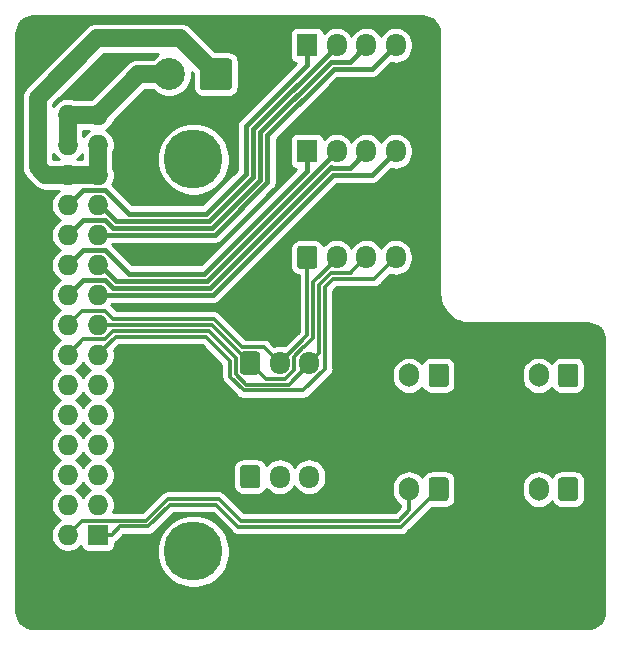
<source format=gtl>
G04 #@! TF.GenerationSoftware,KiCad,Pcbnew,(5.1.9)-1*
G04 #@! TF.CreationDate,2021-04-19T10:33:25-04:00*
G04 #@! TF.ProjectId,Transfer_Board,5472616e-7366-4657-925f-426f6172642e,rev?*
G04 #@! TF.SameCoordinates,Original*
G04 #@! TF.FileFunction,Copper,L1,Top*
G04 #@! TF.FilePolarity,Positive*
%FSLAX46Y46*%
G04 Gerber Fmt 4.6, Leading zero omitted, Abs format (unit mm)*
G04 Created by KiCad (PCBNEW (5.1.9)-1) date 2021-04-19 10:33:25*
%MOMM*%
%LPD*%
G01*
G04 APERTURE LIST*
G04 #@! TA.AperFunction,ComponentPad*
%ADD10C,5.000000*%
G04 #@! TD*
G04 #@! TA.AperFunction,ComponentPad*
%ADD11O,1.700000X1.950000*%
G04 #@! TD*
G04 #@! TA.AperFunction,ComponentPad*
%ADD12O,1.700000X2.000000*%
G04 #@! TD*
G04 #@! TA.AperFunction,ComponentPad*
%ADD13R,1.700000X1.950000*%
G04 #@! TD*
G04 #@! TA.AperFunction,ComponentPad*
%ADD14O,1.727200X1.727200*%
G04 #@! TD*
G04 #@! TA.AperFunction,ComponentPad*
%ADD15R,1.727200X1.727200*%
G04 #@! TD*
G04 #@! TA.AperFunction,ComponentPad*
%ADD16C,2.700000*%
G04 #@! TD*
G04 #@! TA.AperFunction,Conductor*
%ADD17C,0.300000*%
G04 #@! TD*
G04 #@! TA.AperFunction,Conductor*
%ADD18C,1.500000*%
G04 #@! TD*
G04 #@! TA.AperFunction,Conductor*
%ADD19C,0.400000*%
G04 #@! TD*
G04 #@! TA.AperFunction,Conductor*
%ADD20C,0.250000*%
G04 #@! TD*
G04 #@! TA.AperFunction,NonConductor*
%ADD21C,0.254000*%
G04 #@! TD*
G04 #@! TA.AperFunction,NonConductor*
%ADD22C,0.100000*%
G04 #@! TD*
G04 APERTURE END LIST*
D10*
X115600000Y-92900000D03*
X115600000Y-59700000D03*
D11*
X132730000Y-68000000D03*
X130230000Y-68000000D03*
X127730000Y-68000000D03*
G04 #@! TA.AperFunction,ComponentPad*
G36*
G01*
X124380000Y-68725000D02*
X124380000Y-67275000D01*
G75*
G02*
X124630000Y-67025000I250000J0D01*
G01*
X125830000Y-67025000D01*
G75*
G02*
X126080000Y-67275000I0J-250000D01*
G01*
X126080000Y-68725000D01*
G75*
G02*
X125830000Y-68975000I-250000J0D01*
G01*
X124630000Y-68975000D01*
G75*
G02*
X124380000Y-68725000I0J250000D01*
G01*
G37*
G04 #@! TD.AperFunction*
D12*
X133858000Y-78000000D03*
G04 #@! TA.AperFunction,ComponentPad*
G36*
G01*
X137208000Y-77250000D02*
X137208000Y-78750000D01*
G75*
G02*
X136958000Y-79000000I-250000J0D01*
G01*
X135758000Y-79000000D01*
G75*
G02*
X135508000Y-78750000I0J250000D01*
G01*
X135508000Y-77250000D01*
G75*
G02*
X135758000Y-77000000I250000J0D01*
G01*
X136958000Y-77000000D01*
G75*
G02*
X137208000Y-77250000I0J-250000D01*
G01*
G37*
G04 #@! TD.AperFunction*
D11*
X132730000Y-59025000D03*
X130230000Y-59025000D03*
X127730000Y-59025000D03*
D13*
X125230000Y-59025000D03*
D11*
X125396000Y-76950000D03*
X122896000Y-76950000D03*
G04 #@! TA.AperFunction,ComponentPad*
G36*
G01*
X119546000Y-77675000D02*
X119546000Y-76225000D01*
G75*
G02*
X119796000Y-75975000I250000J0D01*
G01*
X120996000Y-75975000D01*
G75*
G02*
X121246000Y-76225000I0J-250000D01*
G01*
X121246000Y-77675000D01*
G75*
G02*
X120996000Y-77925000I-250000J0D01*
G01*
X119796000Y-77925000D01*
G75*
G02*
X119546000Y-77675000I0J250000D01*
G01*
G37*
G04 #@! TD.AperFunction*
D12*
X133858000Y-87630000D03*
G04 #@! TA.AperFunction,ComponentPad*
G36*
G01*
X137208000Y-86880000D02*
X137208000Y-88380000D01*
G75*
G02*
X136958000Y-88630000I-250000J0D01*
G01*
X135758000Y-88630000D01*
G75*
G02*
X135508000Y-88380000I0J250000D01*
G01*
X135508000Y-86880000D01*
G75*
G02*
X135758000Y-86630000I250000J0D01*
G01*
X136958000Y-86630000D01*
G75*
G02*
X137208000Y-86880000I0J-250000D01*
G01*
G37*
G04 #@! TD.AperFunction*
D14*
X104960000Y-55940000D03*
X107500000Y-55940000D03*
X104960000Y-58480000D03*
X107500000Y-58480000D03*
X104960000Y-61020000D03*
X107500000Y-61020000D03*
X104960000Y-63560000D03*
X107500000Y-63560000D03*
X104960000Y-66100000D03*
X107500000Y-66100000D03*
X104960000Y-68640000D03*
X107500000Y-68640000D03*
X104960000Y-71180000D03*
X107500000Y-71180000D03*
X104960000Y-73720000D03*
X107500000Y-73720000D03*
X104960000Y-76260000D03*
X107500000Y-76260000D03*
X104960000Y-78800000D03*
X107500000Y-78800000D03*
X104960000Y-81340000D03*
X107500000Y-81340000D03*
X104960000Y-83880000D03*
X107500000Y-83880000D03*
X104960000Y-86420000D03*
X107500000Y-86420000D03*
X104960000Y-88960000D03*
X107500000Y-88960000D03*
X104960000Y-91500000D03*
D15*
X107500000Y-91500000D03*
G04 #@! TA.AperFunction,ComponentPad*
G36*
G01*
X148170000Y-86880000D02*
X148170000Y-88380000D01*
G75*
G02*
X147920000Y-88630000I-250000J0D01*
G01*
X146720000Y-88630000D01*
G75*
G02*
X146470000Y-88380000I0J250000D01*
G01*
X146470000Y-86880000D01*
G75*
G02*
X146720000Y-86630000I250000J0D01*
G01*
X147920000Y-86630000D01*
G75*
G02*
X148170000Y-86880000I0J-250000D01*
G01*
G37*
G04 #@! TD.AperFunction*
D12*
X144820000Y-87630000D03*
D11*
X132730000Y-50050000D03*
X130230000Y-50050000D03*
X127730000Y-50050000D03*
D13*
X125230000Y-50050000D03*
G04 #@! TA.AperFunction,ComponentPad*
G36*
G01*
X148170000Y-77250000D02*
X148170000Y-78750000D01*
G75*
G02*
X147920000Y-79000000I-250000J0D01*
G01*
X146720000Y-79000000D01*
G75*
G02*
X146470000Y-78750000I0J250000D01*
G01*
X146470000Y-77250000D01*
G75*
G02*
X146720000Y-77000000I250000J0D01*
G01*
X147920000Y-77000000D01*
G75*
G02*
X148170000Y-77250000I0J-250000D01*
G01*
G37*
G04 #@! TD.AperFunction*
D12*
X144820000Y-78000000D03*
G04 #@! TA.AperFunction,ComponentPad*
G36*
G01*
X118850000Y-51400001D02*
X118850000Y-53599999D01*
G75*
G02*
X118599999Y-53850000I-250001J0D01*
G01*
X116400001Y-53850000D01*
G75*
G02*
X116150000Y-53599999I0J250001D01*
G01*
X116150000Y-51400001D01*
G75*
G02*
X116400001Y-51150000I250001J0D01*
G01*
X118599999Y-51150000D01*
G75*
G02*
X118850000Y-51400001I0J-250001D01*
G01*
G37*
G04 #@! TD.AperFunction*
D16*
X113540000Y-52500000D03*
D11*
X125396000Y-86580000D03*
X122896000Y-86580000D03*
G04 #@! TA.AperFunction,ComponentPad*
G36*
G01*
X119546000Y-87305000D02*
X119546000Y-85855000D01*
G75*
G02*
X119796000Y-85605000I250000J0D01*
G01*
X120996000Y-85605000D01*
G75*
G02*
X121246000Y-85855000I0J-250000D01*
G01*
X121246000Y-87305000D01*
G75*
G02*
X120996000Y-87555000I-250000J0D01*
G01*
X119796000Y-87555000D01*
G75*
G02*
X119546000Y-87305000I0J250000D01*
G01*
G37*
G04 #@! TD.AperFunction*
D17*
X107962120Y-76260000D02*
X107500000Y-76260000D01*
X107500000Y-76214120D02*
X107500000Y-76260000D01*
X130951490Y-69778510D02*
X132730000Y-68000000D01*
X130904980Y-69825020D02*
X130951490Y-69778510D01*
X127440050Y-69825020D02*
X130904980Y-69825020D01*
X126730030Y-77438040D02*
X126730030Y-70535040D01*
X119840364Y-79275030D02*
X124893040Y-79275030D01*
X124893040Y-79275030D02*
X126730030Y-77438040D01*
X118695980Y-76785980D02*
X118695980Y-78130646D01*
X116630020Y-74720020D02*
X118695980Y-76785980D01*
X126730030Y-70535040D02*
X127440050Y-69825020D01*
X109003230Y-74720020D02*
X116630020Y-74720020D01*
X107500000Y-76223250D02*
X109003230Y-74720020D01*
X118695980Y-78130646D02*
X119840364Y-79275030D01*
X107500000Y-76260000D02*
X107500000Y-76223250D01*
X130230000Y-68000000D02*
X129712120Y-68000000D01*
X130230000Y-68000000D02*
X130230000Y-68017000D01*
X125234000Y-76950000D02*
X125396000Y-76950000D01*
X128951500Y-69278500D02*
X130230000Y-68000000D01*
X128904990Y-69325010D02*
X128951500Y-69278500D01*
X127232940Y-69325010D02*
X128904990Y-69325010D01*
X126230020Y-70327930D02*
X127232940Y-69325010D01*
X126230020Y-76115980D02*
X126230020Y-70327930D01*
X125396000Y-76950000D02*
X126230020Y-76115980D01*
X125396000Y-77075000D02*
X125396000Y-76950000D01*
X120047474Y-78775020D02*
X123695980Y-78775020D01*
X119195990Y-77923536D02*
X120047474Y-78775020D01*
X108796120Y-74220010D02*
X116892010Y-74220010D01*
X123695980Y-78775020D02*
X125396000Y-77075000D01*
X119195990Y-76523990D02*
X119195990Y-77923536D01*
X116892010Y-74220010D02*
X119195990Y-76523990D01*
X108082529Y-74933601D02*
X108796120Y-74220010D01*
X106286399Y-74933601D02*
X108082529Y-74933601D01*
X104960000Y-76260000D02*
X106286399Y-74933601D01*
X125730010Y-74823110D02*
X125730008Y-74823112D01*
X123393060Y-78275010D02*
X124096010Y-77572060D01*
X121721010Y-78275010D02*
X123393060Y-78275010D01*
X120396000Y-76950000D02*
X121721010Y-78275010D01*
X124096010Y-76427920D02*
X124096010Y-77572060D01*
X124898940Y-75624990D02*
X124096010Y-76427920D01*
X124928130Y-75624990D02*
X124898940Y-75624990D01*
X125730010Y-74823110D02*
X124928130Y-75624990D01*
X120360645Y-76950000D02*
X120396000Y-76950000D01*
X117130645Y-73720000D02*
X120360645Y-76950000D01*
X107500000Y-73720000D02*
X117130645Y-73720000D01*
X127730000Y-68000000D02*
X127707000Y-68000000D01*
X127730000Y-68120830D02*
X127730000Y-68000000D01*
X125730010Y-70120820D02*
X127730000Y-68120830D01*
X125730010Y-74823110D02*
X125730010Y-70120820D01*
X125230000Y-68000000D02*
X125230000Y-74616000D01*
X122896000Y-76920810D02*
X122896000Y-76950000D01*
X125200810Y-74616000D02*
X122896000Y-76920810D01*
X125230000Y-74616000D02*
X125200810Y-74616000D01*
X108082529Y-72506399D02*
X106173601Y-72506399D01*
X106173601Y-72506399D02*
X104960000Y-73720000D01*
X119742755Y-75624990D02*
X117337755Y-73219990D01*
X108796120Y-73219990D02*
X108082529Y-72506399D01*
X121570990Y-75624990D02*
X119742755Y-75624990D01*
X117337755Y-73219990D02*
X108796120Y-73219990D01*
X122896000Y-76950000D02*
X121570990Y-75624990D01*
D18*
X104960000Y-58480000D02*
X104960000Y-55940000D01*
X104960000Y-55940000D02*
X107500000Y-55940000D01*
X107500000Y-55940000D02*
X110227000Y-53213000D01*
X110940000Y-52500000D02*
X110227000Y-53213000D01*
X113540000Y-52500000D02*
X110940000Y-52500000D01*
X107500000Y-58480000D02*
X107500000Y-61020000D01*
X107500000Y-61020000D02*
X104960000Y-61020000D01*
X114466500Y-49466500D02*
X117500000Y-52500000D01*
X107442000Y-49466500D02*
X114466500Y-49466500D01*
X102425500Y-54483000D02*
X107442000Y-49466500D01*
X104960000Y-61020000D02*
X103057000Y-61020000D01*
X102425500Y-60388500D02*
X103057000Y-61020000D01*
X102425500Y-54483000D02*
X102425500Y-60388500D01*
D19*
X107500000Y-71180000D02*
X117272085Y-71180000D01*
X117272085Y-71180000D02*
X127452065Y-61000020D01*
X130754980Y-61000020D02*
X132730000Y-59025000D01*
X127452065Y-61000020D02*
X130754980Y-61000020D01*
X127212229Y-60400010D02*
X128854990Y-60400010D01*
X127207881Y-60395662D02*
X127212229Y-60400010D01*
X117023552Y-70579990D02*
X127207881Y-60395662D01*
X108770120Y-70579990D02*
X117023552Y-70579990D01*
X108106529Y-69916399D02*
X108770120Y-70579990D01*
X128854990Y-60400010D02*
X130230000Y-59025000D01*
X106223601Y-69916399D02*
X108106529Y-69916399D01*
X104960000Y-71180000D02*
X106223601Y-69916399D01*
X109018652Y-69979980D02*
X107678672Y-68640000D01*
X107678672Y-68640000D02*
X107500000Y-68640000D01*
X116775021Y-69979980D02*
X109018652Y-69979980D01*
X127730000Y-59025000D02*
X116775021Y-69979980D01*
X106223601Y-67376399D02*
X104960000Y-68640000D01*
X108106529Y-67376399D02*
X106223601Y-67376399D01*
X110110100Y-69379970D02*
X108106529Y-67376399D01*
X116526489Y-69379970D02*
X110110100Y-69379970D01*
X125230000Y-60676458D02*
X116526489Y-69379970D01*
X125230000Y-59025000D02*
X125230000Y-60676458D01*
X130754980Y-52025020D02*
X132730000Y-50050000D01*
X127472064Y-52025020D02*
X130754980Y-52025020D01*
X121856500Y-57640584D02*
X127472064Y-52025020D01*
X121856500Y-61658500D02*
X121856500Y-57640584D01*
X117415000Y-66100000D02*
X121856500Y-61658500D01*
X107500000Y-66100000D02*
X117415000Y-66100000D01*
X128854990Y-51425010D02*
X130230000Y-50050000D01*
X127223532Y-51425010D02*
X128854990Y-51425010D01*
X121250010Y-57398532D02*
X127223532Y-51425010D01*
X121250010Y-61416448D02*
X121250010Y-57398532D01*
X117166468Y-65499990D02*
X121250010Y-61416448D01*
X108770120Y-65499990D02*
X117166468Y-65499990D01*
X108106529Y-64836399D02*
X108770120Y-65499990D01*
X106223601Y-64836399D02*
X108106529Y-64836399D01*
X104960000Y-66100000D02*
X106223601Y-64836399D01*
X120650000Y-57150000D02*
X127730000Y-50070000D01*
X120650000Y-61167916D02*
X120650000Y-57150000D01*
X116917936Y-64899980D02*
X120650000Y-61167916D01*
X109018652Y-64899980D02*
X116917936Y-64899980D01*
X127730000Y-50070000D02*
X127730000Y-50050000D01*
X107678672Y-63560000D02*
X109018652Y-64899980D01*
X107500000Y-63560000D02*
X107678672Y-63560000D01*
X106223601Y-62296399D02*
X104960000Y-63560000D01*
X108106529Y-62296399D02*
X106223601Y-62296399D01*
X110110100Y-64299970D02*
X108106529Y-62296399D01*
X116669404Y-64299970D02*
X110110100Y-64299970D01*
X120049991Y-56901467D02*
X120049991Y-60919383D01*
X125230000Y-51721458D02*
X120049991Y-56901467D01*
X120049991Y-60919383D02*
X116669404Y-64299970D01*
X125230000Y-50050000D02*
X125230000Y-51721458D01*
D17*
X106173601Y-90286399D02*
X104960000Y-91500000D01*
X117737620Y-88455500D02*
X113411000Y-88455500D01*
X119587110Y-90304990D02*
X117737620Y-88455500D01*
X111580101Y-90286399D02*
X106173601Y-90286399D01*
X132975890Y-90304990D02*
X119587110Y-90304990D01*
X133858000Y-89422880D02*
X132975890Y-90304990D01*
X113411000Y-88455500D02*
X111580101Y-90286399D01*
X133858000Y-87630000D02*
X133858000Y-89422880D01*
X136358000Y-87630000D02*
X136358000Y-87590000D01*
D20*
X136358000Y-87630000D02*
X135669715Y-87630000D01*
D17*
X108663600Y-91500000D02*
X107500000Y-91500000D01*
X111787211Y-90786409D02*
X109377191Y-90786409D01*
X109377191Y-90786409D02*
X108663600Y-91500000D01*
X113618110Y-88955510D02*
X111787211Y-90786409D01*
X117530510Y-88955510D02*
X113618110Y-88955510D01*
X133183000Y-90805000D02*
X119380000Y-90805000D01*
X119380000Y-90805000D02*
X117530510Y-88955510D01*
X136358000Y-87630000D02*
X133183000Y-90805000D01*
D21*
X135270982Y-47631457D02*
X135531634Y-47710153D01*
X135772045Y-47837982D01*
X135983044Y-48010069D01*
X136156602Y-48219864D01*
X136286102Y-48459371D01*
X136366618Y-48719476D01*
X136398001Y-49018061D01*
X136398000Y-71029565D01*
X136400614Y-71056103D01*
X136400527Y-71068524D01*
X136401347Y-71076890D01*
X136442148Y-71465082D01*
X136453109Y-71518479D01*
X136463343Y-71572126D01*
X136465772Y-71580172D01*
X136581196Y-71953047D01*
X136602359Y-72003391D01*
X136622780Y-72053935D01*
X136626725Y-72061356D01*
X136812376Y-72404711D01*
X136842907Y-72449975D01*
X136872765Y-72495602D01*
X136878077Y-72502116D01*
X137126883Y-72802871D01*
X137165626Y-72841344D01*
X137203774Y-72880299D01*
X137210250Y-72885657D01*
X137512735Y-73132358D01*
X137558179Y-73162551D01*
X137603201Y-73193378D01*
X137610594Y-73197376D01*
X137955236Y-73380626D01*
X138005671Y-73401414D01*
X138055833Y-73422913D01*
X138063858Y-73425397D01*
X138063864Y-73425399D01*
X138437534Y-73538216D01*
X138491051Y-73548813D01*
X138544427Y-73560158D01*
X138552786Y-73561037D01*
X138941255Y-73599127D01*
X138941263Y-73599127D01*
X138970434Y-73602000D01*
X148970556Y-73602000D01*
X149270982Y-73631457D01*
X149531634Y-73710153D01*
X149772045Y-73837982D01*
X149983044Y-74010069D01*
X150156602Y-74219864D01*
X150286102Y-74459371D01*
X150366618Y-74719476D01*
X150398001Y-75018061D01*
X150398000Y-97970556D01*
X150368543Y-98270979D01*
X150289847Y-98531636D01*
X150162020Y-98772042D01*
X149989930Y-98983045D01*
X149780139Y-99156600D01*
X149540629Y-99286102D01*
X149280524Y-99366618D01*
X148981948Y-99398000D01*
X102029444Y-99398000D01*
X101729021Y-99368543D01*
X101468364Y-99289847D01*
X101227958Y-99162020D01*
X101016955Y-98989930D01*
X100843400Y-98780139D01*
X100713898Y-98540629D01*
X100633382Y-98280524D01*
X100602000Y-97981948D01*
X100602000Y-54483000D01*
X101092081Y-54483000D01*
X101098500Y-54548174D01*
X101098501Y-60323316D01*
X101092081Y-60388500D01*
X101117702Y-60648637D01*
X101193581Y-60898777D01*
X101316802Y-61129308D01*
X101440585Y-61280137D01*
X101482631Y-61331370D01*
X101533261Y-61372921D01*
X102072575Y-61912235D01*
X102114130Y-61962870D01*
X102316192Y-62128698D01*
X102546722Y-62251919D01*
X102796863Y-62327799D01*
X102991816Y-62347000D01*
X102991826Y-62347000D01*
X103057000Y-62353419D01*
X103122174Y-62347000D01*
X104182371Y-62347000D01*
X104041671Y-62441013D01*
X103841013Y-62641671D01*
X103683357Y-62877620D01*
X103574762Y-63139793D01*
X103519400Y-63418113D01*
X103519400Y-63701887D01*
X103574762Y-63980207D01*
X103683357Y-64242380D01*
X103841013Y-64478329D01*
X104041671Y-64678987D01*
X104267678Y-64830000D01*
X104041671Y-64981013D01*
X103841013Y-65181671D01*
X103683357Y-65417620D01*
X103574762Y-65679793D01*
X103519400Y-65958113D01*
X103519400Y-66241887D01*
X103574762Y-66520207D01*
X103683357Y-66782380D01*
X103841013Y-67018329D01*
X104041671Y-67218987D01*
X104267678Y-67370000D01*
X104041671Y-67521013D01*
X103841013Y-67721671D01*
X103683357Y-67957620D01*
X103574762Y-68219793D01*
X103519400Y-68498113D01*
X103519400Y-68781887D01*
X103574762Y-69060207D01*
X103683357Y-69322380D01*
X103841013Y-69558329D01*
X104041671Y-69758987D01*
X104267678Y-69910000D01*
X104041671Y-70061013D01*
X103841013Y-70261671D01*
X103683357Y-70497620D01*
X103574762Y-70759793D01*
X103519400Y-71038113D01*
X103519400Y-71321887D01*
X103574762Y-71600207D01*
X103683357Y-71862380D01*
X103841013Y-72098329D01*
X104041671Y-72298987D01*
X104267678Y-72450000D01*
X104041671Y-72601013D01*
X103841013Y-72801671D01*
X103683357Y-73037620D01*
X103574762Y-73299793D01*
X103519400Y-73578113D01*
X103519400Y-73861887D01*
X103574762Y-74140207D01*
X103683357Y-74402380D01*
X103841013Y-74638329D01*
X104041671Y-74838987D01*
X104267678Y-74990000D01*
X104041671Y-75141013D01*
X103841013Y-75341671D01*
X103683357Y-75577620D01*
X103574762Y-75839793D01*
X103519400Y-76118113D01*
X103519400Y-76401887D01*
X103574762Y-76680207D01*
X103683357Y-76942380D01*
X103841013Y-77178329D01*
X104041671Y-77378987D01*
X104267678Y-77530000D01*
X104041671Y-77681013D01*
X103841013Y-77881671D01*
X103683357Y-78117620D01*
X103574762Y-78379793D01*
X103519400Y-78658113D01*
X103519400Y-78941887D01*
X103574762Y-79220207D01*
X103683357Y-79482380D01*
X103841013Y-79718329D01*
X104041671Y-79918987D01*
X104267678Y-80070000D01*
X104041671Y-80221013D01*
X103841013Y-80421671D01*
X103683357Y-80657620D01*
X103574762Y-80919793D01*
X103519400Y-81198113D01*
X103519400Y-81481887D01*
X103574762Y-81760207D01*
X103683357Y-82022380D01*
X103841013Y-82258329D01*
X104041671Y-82458987D01*
X104267678Y-82610000D01*
X104041671Y-82761013D01*
X103841013Y-82961671D01*
X103683357Y-83197620D01*
X103574762Y-83459793D01*
X103519400Y-83738113D01*
X103519400Y-84021887D01*
X103574762Y-84300207D01*
X103683357Y-84562380D01*
X103841013Y-84798329D01*
X104041671Y-84998987D01*
X104267678Y-85150000D01*
X104041671Y-85301013D01*
X103841013Y-85501671D01*
X103683357Y-85737620D01*
X103574762Y-85999793D01*
X103519400Y-86278113D01*
X103519400Y-86561887D01*
X103574762Y-86840207D01*
X103683357Y-87102380D01*
X103841013Y-87338329D01*
X104041671Y-87538987D01*
X104267678Y-87690000D01*
X104041671Y-87841013D01*
X103841013Y-88041671D01*
X103683357Y-88277620D01*
X103574762Y-88539793D01*
X103519400Y-88818113D01*
X103519400Y-89101887D01*
X103574762Y-89380207D01*
X103683357Y-89642380D01*
X103841013Y-89878329D01*
X104041671Y-90078987D01*
X104267678Y-90230000D01*
X104041671Y-90381013D01*
X103841013Y-90581671D01*
X103683357Y-90817620D01*
X103574762Y-91079793D01*
X103519400Y-91358113D01*
X103519400Y-91641887D01*
X103574762Y-91920207D01*
X103683357Y-92182380D01*
X103841013Y-92418329D01*
X104041671Y-92618987D01*
X104277620Y-92776643D01*
X104539793Y-92885238D01*
X104818113Y-92940600D01*
X105101887Y-92940600D01*
X105380207Y-92885238D01*
X105642380Y-92776643D01*
X105878329Y-92618987D01*
X106063523Y-92433793D01*
X106067750Y-92476712D01*
X106100743Y-92585476D01*
X106154321Y-92685715D01*
X106226426Y-92773574D01*
X106314285Y-92845679D01*
X106414524Y-92899257D01*
X106523288Y-92932250D01*
X106636400Y-92943391D01*
X108363600Y-92943391D01*
X108476712Y-92932250D01*
X108585476Y-92899257D01*
X108685715Y-92845679D01*
X108773574Y-92773574D01*
X108845679Y-92685715D01*
X108893128Y-92596942D01*
X112523000Y-92596942D01*
X112523000Y-93203058D01*
X112641248Y-93797528D01*
X112873198Y-94357506D01*
X113209938Y-94861473D01*
X113638527Y-95290062D01*
X114142494Y-95626802D01*
X114702472Y-95858752D01*
X115296942Y-95977000D01*
X115903058Y-95977000D01*
X116497528Y-95858752D01*
X117057506Y-95626802D01*
X117561473Y-95290062D01*
X117990062Y-94861473D01*
X118326802Y-94357506D01*
X118558752Y-93797528D01*
X118677000Y-93203058D01*
X118677000Y-92596942D01*
X118558752Y-92002472D01*
X118326802Y-91442494D01*
X117990062Y-90938527D01*
X117561473Y-90509938D01*
X117057506Y-90173198D01*
X116497528Y-89941248D01*
X115903058Y-89823000D01*
X115296942Y-89823000D01*
X114702472Y-89941248D01*
X114142494Y-90173198D01*
X113638527Y-90509938D01*
X113209938Y-90938527D01*
X112873198Y-91442494D01*
X112641248Y-92002472D01*
X112523000Y-92596942D01*
X108893128Y-92596942D01*
X108899257Y-92585476D01*
X108932250Y-92476712D01*
X108943391Y-92363600D01*
X108943391Y-92174785D01*
X109069453Y-92107403D01*
X109180154Y-92016554D01*
X109202925Y-91988807D01*
X109678324Y-91513409D01*
X111751503Y-91513409D01*
X111787211Y-91516926D01*
X111929728Y-91502889D01*
X111939252Y-91500000D01*
X112066768Y-91461319D01*
X112193064Y-91393812D01*
X112303765Y-91302963D01*
X112326537Y-91275215D01*
X113919243Y-89682510D01*
X117229378Y-89682510D01*
X118840683Y-91293817D01*
X118863446Y-91321554D01*
X118974147Y-91412403D01*
X119030443Y-91442494D01*
X119100443Y-91479910D01*
X119237482Y-91521480D01*
X119380000Y-91535517D01*
X119415708Y-91532000D01*
X133147292Y-91532000D01*
X133183000Y-91535517D01*
X133325517Y-91521480D01*
X133396328Y-91500000D01*
X133462557Y-91479910D01*
X133588853Y-91412403D01*
X133699554Y-91321554D01*
X133722326Y-91293806D01*
X135806342Y-89209791D01*
X136958000Y-89209791D01*
X137119884Y-89193847D01*
X137275547Y-89146627D01*
X137419007Y-89069946D01*
X137544751Y-88966751D01*
X137647946Y-88841007D01*
X137724627Y-88697547D01*
X137771847Y-88541884D01*
X137787791Y-88380000D01*
X137787791Y-87409902D01*
X143393000Y-87409902D01*
X143393000Y-87850097D01*
X143413648Y-88059740D01*
X143495245Y-88328730D01*
X143627752Y-88576633D01*
X143806077Y-88793922D01*
X144023366Y-88972248D01*
X144271269Y-89104755D01*
X144540259Y-89186352D01*
X144820000Y-89213904D01*
X145099740Y-89186352D01*
X145368730Y-89104755D01*
X145616633Y-88972248D01*
X145833922Y-88793923D01*
X145942482Y-88661644D01*
X145953373Y-88697547D01*
X146030054Y-88841007D01*
X146133249Y-88966751D01*
X146258993Y-89069946D01*
X146402453Y-89146627D01*
X146558116Y-89193847D01*
X146720000Y-89209791D01*
X147920000Y-89209791D01*
X148081884Y-89193847D01*
X148237547Y-89146627D01*
X148381007Y-89069946D01*
X148506751Y-88966751D01*
X148609946Y-88841007D01*
X148686627Y-88697547D01*
X148733847Y-88541884D01*
X148749791Y-88380000D01*
X148749791Y-86880000D01*
X148733847Y-86718116D01*
X148686627Y-86562453D01*
X148609946Y-86418993D01*
X148506751Y-86293249D01*
X148381007Y-86190054D01*
X148237547Y-86113373D01*
X148081884Y-86066153D01*
X147920000Y-86050209D01*
X146720000Y-86050209D01*
X146558116Y-86066153D01*
X146402453Y-86113373D01*
X146258993Y-86190054D01*
X146133249Y-86293249D01*
X146030054Y-86418993D01*
X145953373Y-86562453D01*
X145942482Y-86598356D01*
X145833923Y-86466077D01*
X145616634Y-86287752D01*
X145368731Y-86155245D01*
X145099741Y-86073648D01*
X144820000Y-86046096D01*
X144540260Y-86073648D01*
X144271270Y-86155245D01*
X144023367Y-86287752D01*
X143806078Y-86466077D01*
X143627752Y-86683366D01*
X143495245Y-86931269D01*
X143413648Y-87200259D01*
X143393000Y-87409902D01*
X137787791Y-87409902D01*
X137787791Y-86880000D01*
X137771847Y-86718116D01*
X137724627Y-86562453D01*
X137647946Y-86418993D01*
X137544751Y-86293249D01*
X137419007Y-86190054D01*
X137275547Y-86113373D01*
X137119884Y-86066153D01*
X136958000Y-86050209D01*
X135758000Y-86050209D01*
X135596116Y-86066153D01*
X135440453Y-86113373D01*
X135296993Y-86190054D01*
X135171249Y-86293249D01*
X135068054Y-86418993D01*
X134991373Y-86562453D01*
X134980482Y-86598356D01*
X134871923Y-86466077D01*
X134654634Y-86287752D01*
X134406731Y-86155245D01*
X134137741Y-86073648D01*
X133858000Y-86046096D01*
X133578260Y-86073648D01*
X133309270Y-86155245D01*
X133061367Y-86287752D01*
X132844078Y-86466077D01*
X132665752Y-86683366D01*
X132533245Y-86931269D01*
X132451648Y-87200259D01*
X132431000Y-87409902D01*
X132431000Y-87850097D01*
X132451648Y-88059740D01*
X132533245Y-88328730D01*
X132665752Y-88576633D01*
X132844077Y-88793922D01*
X133061366Y-88972248D01*
X133131001Y-89009469D01*
X133131001Y-89121746D01*
X132674757Y-89577990D01*
X119888244Y-89577990D01*
X118276945Y-87966693D01*
X118254174Y-87938946D01*
X118143473Y-87848097D01*
X118017177Y-87780590D01*
X117880137Y-87739020D01*
X117773328Y-87728500D01*
X117737620Y-87724983D01*
X117701912Y-87728500D01*
X113446707Y-87728500D01*
X113410999Y-87724983D01*
X113268482Y-87739020D01*
X113236587Y-87748695D01*
X113131443Y-87780590D01*
X113005147Y-87848097D01*
X112894446Y-87938946D01*
X112871679Y-87966688D01*
X111278969Y-89559399D01*
X108811015Y-89559399D01*
X108885238Y-89380207D01*
X108940600Y-89101887D01*
X108940600Y-88818113D01*
X108885238Y-88539793D01*
X108776643Y-88277620D01*
X108618987Y-88041671D01*
X108418329Y-87841013D01*
X108192322Y-87690000D01*
X108418329Y-87538987D01*
X108618987Y-87338329D01*
X108776643Y-87102380D01*
X108885238Y-86840207D01*
X108940600Y-86561887D01*
X108940600Y-86278113D01*
X108885238Y-85999793D01*
X108825264Y-85855000D01*
X118966209Y-85855000D01*
X118966209Y-87305000D01*
X118982153Y-87466884D01*
X119029373Y-87622547D01*
X119106054Y-87766007D01*
X119209249Y-87891751D01*
X119334993Y-87994946D01*
X119478453Y-88071627D01*
X119634116Y-88118847D01*
X119796000Y-88134791D01*
X120996000Y-88134791D01*
X121157884Y-88118847D01*
X121313547Y-88071627D01*
X121457007Y-87994946D01*
X121582751Y-87891751D01*
X121685946Y-87766007D01*
X121762627Y-87622547D01*
X121773518Y-87586644D01*
X121882078Y-87718923D01*
X122099367Y-87897248D01*
X122347270Y-88029755D01*
X122616260Y-88111352D01*
X122896000Y-88138904D01*
X123175741Y-88111352D01*
X123444731Y-88029755D01*
X123692634Y-87897248D01*
X123909923Y-87718923D01*
X124088248Y-87501633D01*
X124146000Y-87393587D01*
X124203752Y-87501634D01*
X124382078Y-87718923D01*
X124599367Y-87897248D01*
X124847270Y-88029755D01*
X125116260Y-88111352D01*
X125396000Y-88138904D01*
X125675741Y-88111352D01*
X125944731Y-88029755D01*
X126192634Y-87897248D01*
X126409923Y-87718923D01*
X126588248Y-87501633D01*
X126720755Y-87253730D01*
X126802352Y-86984740D01*
X126823000Y-86775097D01*
X126823000Y-86384902D01*
X126802352Y-86175259D01*
X126720755Y-85906269D01*
X126588248Y-85658366D01*
X126409922Y-85441077D01*
X126192633Y-85262752D01*
X125944730Y-85130245D01*
X125675740Y-85048648D01*
X125396000Y-85021096D01*
X125116259Y-85048648D01*
X124847269Y-85130245D01*
X124599366Y-85262752D01*
X124382077Y-85441078D01*
X124203752Y-85658367D01*
X124146000Y-85766413D01*
X124088248Y-85658366D01*
X123909922Y-85441077D01*
X123692633Y-85262752D01*
X123444730Y-85130245D01*
X123175740Y-85048648D01*
X122896000Y-85021096D01*
X122616259Y-85048648D01*
X122347269Y-85130245D01*
X122099366Y-85262752D01*
X121882077Y-85441078D01*
X121773518Y-85573357D01*
X121762627Y-85537453D01*
X121685946Y-85393993D01*
X121582751Y-85268249D01*
X121457007Y-85165054D01*
X121313547Y-85088373D01*
X121157884Y-85041153D01*
X120996000Y-85025209D01*
X119796000Y-85025209D01*
X119634116Y-85041153D01*
X119478453Y-85088373D01*
X119334993Y-85165054D01*
X119209249Y-85268249D01*
X119106054Y-85393993D01*
X119029373Y-85537453D01*
X118982153Y-85693116D01*
X118966209Y-85855000D01*
X108825264Y-85855000D01*
X108776643Y-85737620D01*
X108618987Y-85501671D01*
X108418329Y-85301013D01*
X108192322Y-85150000D01*
X108418329Y-84998987D01*
X108618987Y-84798329D01*
X108776643Y-84562380D01*
X108885238Y-84300207D01*
X108940600Y-84021887D01*
X108940600Y-83738113D01*
X108885238Y-83459793D01*
X108776643Y-83197620D01*
X108618987Y-82961671D01*
X108418329Y-82761013D01*
X108192322Y-82610000D01*
X108418329Y-82458987D01*
X108618987Y-82258329D01*
X108776643Y-82022380D01*
X108885238Y-81760207D01*
X108940600Y-81481887D01*
X108940600Y-81198113D01*
X108885238Y-80919793D01*
X108776643Y-80657620D01*
X108618987Y-80421671D01*
X108418329Y-80221013D01*
X108192322Y-80070000D01*
X108418329Y-79918987D01*
X108618987Y-79718329D01*
X108776643Y-79482380D01*
X108885238Y-79220207D01*
X108940600Y-78941887D01*
X108940600Y-78658113D01*
X108885238Y-78379793D01*
X108776643Y-78117620D01*
X108618987Y-77881671D01*
X108418329Y-77681013D01*
X108192322Y-77530000D01*
X108418329Y-77378987D01*
X108618987Y-77178329D01*
X108776643Y-76942380D01*
X108885238Y-76680207D01*
X108940600Y-76401887D01*
X108940600Y-76118113D01*
X108889610Y-75861773D01*
X109304363Y-75447020D01*
X116328888Y-75447020D01*
X117968980Y-77087114D01*
X117968981Y-78094928D01*
X117965463Y-78130646D01*
X117979500Y-78273163D01*
X118021070Y-78410202D01*
X118059101Y-78481352D01*
X118088578Y-78536499D01*
X118179427Y-78647200D01*
X118207169Y-78669967D01*
X119301043Y-79763842D01*
X119323810Y-79791584D01*
X119434511Y-79882433D01*
X119560807Y-79949940D01*
X119697847Y-79991510D01*
X119804656Y-80002030D01*
X119804658Y-80002030D01*
X119840363Y-80005547D01*
X119876069Y-80002030D01*
X124857332Y-80002030D01*
X124893040Y-80005547D01*
X125035557Y-79991510D01*
X125035560Y-79991509D01*
X125172597Y-79949940D01*
X125298893Y-79882433D01*
X125409594Y-79791584D01*
X125432366Y-79763836D01*
X127218846Y-77977357D01*
X127246583Y-77954594D01*
X127337433Y-77843893D01*
X127371637Y-77779902D01*
X132431000Y-77779902D01*
X132431000Y-78220097D01*
X132451648Y-78429740D01*
X132533245Y-78698730D01*
X132665752Y-78946633D01*
X132844077Y-79163922D01*
X133061366Y-79342248D01*
X133309269Y-79474755D01*
X133578259Y-79556352D01*
X133858000Y-79583904D01*
X134137740Y-79556352D01*
X134406730Y-79474755D01*
X134654633Y-79342248D01*
X134871922Y-79163923D01*
X134980482Y-79031644D01*
X134991373Y-79067547D01*
X135068054Y-79211007D01*
X135171249Y-79336751D01*
X135296993Y-79439946D01*
X135440453Y-79516627D01*
X135596116Y-79563847D01*
X135758000Y-79579791D01*
X136958000Y-79579791D01*
X137119884Y-79563847D01*
X137275547Y-79516627D01*
X137419007Y-79439946D01*
X137544751Y-79336751D01*
X137647946Y-79211007D01*
X137724627Y-79067547D01*
X137771847Y-78911884D01*
X137787791Y-78750000D01*
X137787791Y-77779902D01*
X143393000Y-77779902D01*
X143393000Y-78220097D01*
X143413648Y-78429740D01*
X143495245Y-78698730D01*
X143627752Y-78946633D01*
X143806077Y-79163922D01*
X144023366Y-79342248D01*
X144271269Y-79474755D01*
X144540259Y-79556352D01*
X144820000Y-79583904D01*
X145099740Y-79556352D01*
X145368730Y-79474755D01*
X145616633Y-79342248D01*
X145833922Y-79163923D01*
X145942482Y-79031644D01*
X145953373Y-79067547D01*
X146030054Y-79211007D01*
X146133249Y-79336751D01*
X146258993Y-79439946D01*
X146402453Y-79516627D01*
X146558116Y-79563847D01*
X146720000Y-79579791D01*
X147920000Y-79579791D01*
X148081884Y-79563847D01*
X148237547Y-79516627D01*
X148381007Y-79439946D01*
X148506751Y-79336751D01*
X148609946Y-79211007D01*
X148686627Y-79067547D01*
X148733847Y-78911884D01*
X148749791Y-78750000D01*
X148749791Y-77250000D01*
X148733847Y-77088116D01*
X148686627Y-76932453D01*
X148609946Y-76788993D01*
X148506751Y-76663249D01*
X148381007Y-76560054D01*
X148237547Y-76483373D01*
X148081884Y-76436153D01*
X147920000Y-76420209D01*
X146720000Y-76420209D01*
X146558116Y-76436153D01*
X146402453Y-76483373D01*
X146258993Y-76560054D01*
X146133249Y-76663249D01*
X146030054Y-76788993D01*
X145953373Y-76932453D01*
X145942482Y-76968356D01*
X145833923Y-76836077D01*
X145616634Y-76657752D01*
X145368731Y-76525245D01*
X145099741Y-76443648D01*
X144820000Y-76416096D01*
X144540260Y-76443648D01*
X144271270Y-76525245D01*
X144023367Y-76657752D01*
X143806078Y-76836077D01*
X143627752Y-77053366D01*
X143495245Y-77301269D01*
X143413648Y-77570259D01*
X143393000Y-77779902D01*
X137787791Y-77779902D01*
X137787791Y-77250000D01*
X137771847Y-77088116D01*
X137724627Y-76932453D01*
X137647946Y-76788993D01*
X137544751Y-76663249D01*
X137419007Y-76560054D01*
X137275547Y-76483373D01*
X137119884Y-76436153D01*
X136958000Y-76420209D01*
X135758000Y-76420209D01*
X135596116Y-76436153D01*
X135440453Y-76483373D01*
X135296993Y-76560054D01*
X135171249Y-76663249D01*
X135068054Y-76788993D01*
X134991373Y-76932453D01*
X134980482Y-76968356D01*
X134871923Y-76836077D01*
X134654634Y-76657752D01*
X134406731Y-76525245D01*
X134137741Y-76443648D01*
X133858000Y-76416096D01*
X133578260Y-76443648D01*
X133309270Y-76525245D01*
X133061367Y-76657752D01*
X132844078Y-76836077D01*
X132665752Y-77053366D01*
X132533245Y-77301269D01*
X132451648Y-77570259D01*
X132431000Y-77779902D01*
X127371637Y-77779902D01*
X127404940Y-77717597D01*
X127440582Y-77600100D01*
X127446510Y-77580558D01*
X127460547Y-77438041D01*
X127457030Y-77402333D01*
X127457030Y-70836173D01*
X127741183Y-70552020D01*
X130869272Y-70552020D01*
X130904980Y-70555537D01*
X131047497Y-70541500D01*
X131082695Y-70530823D01*
X131184537Y-70499930D01*
X131310833Y-70432423D01*
X131421534Y-70341574D01*
X131444306Y-70313826D01*
X131490805Y-70267327D01*
X132278794Y-69479339D01*
X132450260Y-69531352D01*
X132730000Y-69558904D01*
X133009741Y-69531352D01*
X133278731Y-69449755D01*
X133526634Y-69317248D01*
X133743923Y-69138923D01*
X133922248Y-68921633D01*
X134054755Y-68673730D01*
X134136352Y-68404740D01*
X134157000Y-68195097D01*
X134157000Y-67804902D01*
X134136352Y-67595259D01*
X134054755Y-67326269D01*
X133922248Y-67078366D01*
X133743922Y-66861077D01*
X133526633Y-66682752D01*
X133278730Y-66550245D01*
X133009740Y-66468648D01*
X132730000Y-66441096D01*
X132450259Y-66468648D01*
X132181269Y-66550245D01*
X131933366Y-66682752D01*
X131716077Y-66861078D01*
X131537752Y-67078367D01*
X131480000Y-67186413D01*
X131422248Y-67078366D01*
X131243922Y-66861077D01*
X131026633Y-66682752D01*
X130778730Y-66550245D01*
X130509740Y-66468648D01*
X130230000Y-66441096D01*
X129950259Y-66468648D01*
X129681269Y-66550245D01*
X129433366Y-66682752D01*
X129216077Y-66861078D01*
X129037752Y-67078367D01*
X128980000Y-67186413D01*
X128922248Y-67078366D01*
X128743922Y-66861077D01*
X128526633Y-66682752D01*
X128278730Y-66550245D01*
X128009740Y-66468648D01*
X127730000Y-66441096D01*
X127450259Y-66468648D01*
X127181269Y-66550245D01*
X126933366Y-66682752D01*
X126716077Y-66861078D01*
X126607518Y-66993357D01*
X126596627Y-66957453D01*
X126519946Y-66813993D01*
X126416751Y-66688249D01*
X126291007Y-66585054D01*
X126147547Y-66508373D01*
X125991884Y-66461153D01*
X125830000Y-66445209D01*
X124630000Y-66445209D01*
X124468116Y-66461153D01*
X124312453Y-66508373D01*
X124168993Y-66585054D01*
X124043249Y-66688249D01*
X123940054Y-66813993D01*
X123863373Y-66957453D01*
X123816153Y-67113116D01*
X123800209Y-67275000D01*
X123800209Y-68725000D01*
X123816153Y-68886884D01*
X123863373Y-69042547D01*
X123940054Y-69186007D01*
X124043249Y-69311751D01*
X124168993Y-69414946D01*
X124312453Y-69491627D01*
X124468116Y-69538847D01*
X124503000Y-69542283D01*
X124503001Y-74285676D01*
X123324810Y-75463868D01*
X123175740Y-75418648D01*
X122896000Y-75391096D01*
X122616259Y-75418648D01*
X122444794Y-75470661D01*
X122110316Y-75136184D01*
X122087544Y-75108436D01*
X121976843Y-75017587D01*
X121850547Y-74950080D01*
X121713507Y-74908510D01*
X121606698Y-74897990D01*
X121570990Y-74894473D01*
X121535282Y-74897990D01*
X120043888Y-74897990D01*
X117877081Y-72731184D01*
X117854309Y-72703436D01*
X117743608Y-72612587D01*
X117617312Y-72545080D01*
X117480272Y-72503510D01*
X117373463Y-72492990D01*
X117337755Y-72489473D01*
X117302047Y-72492990D01*
X109097253Y-72492990D01*
X108652474Y-72048212D01*
X108713420Y-71957000D01*
X117233922Y-71957000D01*
X117272085Y-71960759D01*
X117310248Y-71957000D01*
X117310251Y-71957000D01*
X117424404Y-71945757D01*
X117570869Y-71901327D01*
X117705851Y-71829177D01*
X117824165Y-71732080D01*
X117848498Y-71702430D01*
X127773909Y-61777020D01*
X130716817Y-61777020D01*
X130754980Y-61780779D01*
X130793143Y-61777020D01*
X130793146Y-61777020D01*
X130907299Y-61765777D01*
X131053764Y-61721347D01*
X131188746Y-61649197D01*
X131307060Y-61552100D01*
X131331392Y-61522451D01*
X132333047Y-60520796D01*
X132450260Y-60556352D01*
X132730000Y-60583904D01*
X133009741Y-60556352D01*
X133278731Y-60474755D01*
X133526634Y-60342248D01*
X133743923Y-60163923D01*
X133922248Y-59946633D01*
X134054755Y-59698730D01*
X134136352Y-59429740D01*
X134157000Y-59220097D01*
X134157000Y-58829902D01*
X134136352Y-58620259D01*
X134054755Y-58351269D01*
X133922248Y-58103366D01*
X133743922Y-57886077D01*
X133526633Y-57707752D01*
X133278730Y-57575245D01*
X133009740Y-57493648D01*
X132730000Y-57466096D01*
X132450259Y-57493648D01*
X132181269Y-57575245D01*
X131933366Y-57707752D01*
X131716077Y-57886078D01*
X131537752Y-58103367D01*
X131480000Y-58211413D01*
X131422248Y-58103366D01*
X131243922Y-57886077D01*
X131026633Y-57707752D01*
X130778730Y-57575245D01*
X130509740Y-57493648D01*
X130230000Y-57466096D01*
X129950259Y-57493648D01*
X129681269Y-57575245D01*
X129433366Y-57707752D01*
X129216077Y-57886078D01*
X129037752Y-58103367D01*
X128980000Y-58211413D01*
X128922248Y-58103366D01*
X128743922Y-57886077D01*
X128526633Y-57707752D01*
X128278730Y-57575245D01*
X128009740Y-57493648D01*
X127730000Y-57466096D01*
X127450259Y-57493648D01*
X127181269Y-57575245D01*
X126933366Y-57707752D01*
X126716077Y-57886078D01*
X126651407Y-57964878D01*
X126648650Y-57936888D01*
X126615657Y-57828124D01*
X126562079Y-57727885D01*
X126489974Y-57640026D01*
X126402115Y-57567921D01*
X126301876Y-57514343D01*
X126193112Y-57481350D01*
X126080000Y-57470209D01*
X124380000Y-57470209D01*
X124266888Y-57481350D01*
X124158124Y-57514343D01*
X124057885Y-57567921D01*
X123970026Y-57640026D01*
X123897921Y-57727885D01*
X123844343Y-57828124D01*
X123811350Y-57936888D01*
X123800209Y-58050000D01*
X123800209Y-60000000D01*
X123811350Y-60113112D01*
X123844343Y-60221876D01*
X123897921Y-60322115D01*
X123970026Y-60409974D01*
X124057885Y-60482079D01*
X124158124Y-60535657D01*
X124245463Y-60562151D01*
X116204646Y-68602970D01*
X110431944Y-68602970D01*
X108710437Y-66881464D01*
X108713420Y-66877000D01*
X117376837Y-66877000D01*
X117415000Y-66880759D01*
X117453163Y-66877000D01*
X117453166Y-66877000D01*
X117567319Y-66865757D01*
X117713784Y-66821327D01*
X117848766Y-66749177D01*
X117967080Y-66652080D01*
X117991413Y-66622430D01*
X122378937Y-62234907D01*
X122408580Y-62210580D01*
X122463155Y-62144080D01*
X122505678Y-62092266D01*
X122556269Y-61997615D01*
X122577827Y-61957284D01*
X122622257Y-61810819D01*
X122633500Y-61696666D01*
X122633500Y-61696664D01*
X122637259Y-61658500D01*
X122633500Y-61620337D01*
X122633500Y-57962427D01*
X127793908Y-52802020D01*
X130716817Y-52802020D01*
X130754980Y-52805779D01*
X130793143Y-52802020D01*
X130793146Y-52802020D01*
X130907299Y-52790777D01*
X131053764Y-52746347D01*
X131188746Y-52674197D01*
X131307060Y-52577100D01*
X131331392Y-52547451D01*
X132333047Y-51545796D01*
X132450260Y-51581352D01*
X132730000Y-51608904D01*
X133009741Y-51581352D01*
X133278731Y-51499755D01*
X133526634Y-51367248D01*
X133743923Y-51188923D01*
X133922248Y-50971633D01*
X134054755Y-50723730D01*
X134136352Y-50454740D01*
X134157000Y-50245097D01*
X134157000Y-49854902D01*
X134136352Y-49645259D01*
X134054755Y-49376269D01*
X133922248Y-49128366D01*
X133743922Y-48911077D01*
X133526633Y-48732752D01*
X133278730Y-48600245D01*
X133009740Y-48518648D01*
X132730000Y-48491096D01*
X132450259Y-48518648D01*
X132181269Y-48600245D01*
X131933366Y-48732752D01*
X131716077Y-48911078D01*
X131537752Y-49128367D01*
X131480000Y-49236413D01*
X131422248Y-49128366D01*
X131243922Y-48911077D01*
X131026633Y-48732752D01*
X130778730Y-48600245D01*
X130509740Y-48518648D01*
X130230000Y-48491096D01*
X129950259Y-48518648D01*
X129681269Y-48600245D01*
X129433366Y-48732752D01*
X129216077Y-48911078D01*
X129037752Y-49128367D01*
X128980000Y-49236413D01*
X128922248Y-49128366D01*
X128743922Y-48911077D01*
X128526633Y-48732752D01*
X128278730Y-48600245D01*
X128009740Y-48518648D01*
X127730000Y-48491096D01*
X127450259Y-48518648D01*
X127181269Y-48600245D01*
X126933366Y-48732752D01*
X126716077Y-48911078D01*
X126651407Y-48989878D01*
X126648650Y-48961888D01*
X126615657Y-48853124D01*
X126562079Y-48752885D01*
X126489974Y-48665026D01*
X126402115Y-48592921D01*
X126301876Y-48539343D01*
X126193112Y-48506350D01*
X126080000Y-48495209D01*
X124380000Y-48495209D01*
X124266888Y-48506350D01*
X124158124Y-48539343D01*
X124057885Y-48592921D01*
X123970026Y-48665026D01*
X123897921Y-48752885D01*
X123844343Y-48853124D01*
X123811350Y-48961888D01*
X123800209Y-49075000D01*
X123800209Y-51025000D01*
X123811350Y-51138112D01*
X123844343Y-51246876D01*
X123897921Y-51347115D01*
X123970026Y-51434974D01*
X124057885Y-51507079D01*
X124158124Y-51560657D01*
X124260808Y-51591806D01*
X119527561Y-56325054D01*
X119497911Y-56349387D01*
X119473582Y-56379033D01*
X119400814Y-56467701D01*
X119383110Y-56500823D01*
X119328664Y-56602684D01*
X119284234Y-56749149D01*
X119272991Y-56863301D01*
X119269232Y-56901467D01*
X119272991Y-56939630D01*
X119272992Y-60597538D01*
X116347561Y-63522970D01*
X110431944Y-63522970D01*
X108710437Y-61801464D01*
X108776643Y-61702380D01*
X108885238Y-61440207D01*
X108940600Y-61161887D01*
X108940600Y-60878113D01*
X108885238Y-60599793D01*
X108827000Y-60459193D01*
X108827000Y-59396942D01*
X112523000Y-59396942D01*
X112523000Y-60003058D01*
X112641248Y-60597528D01*
X112873198Y-61157506D01*
X113209938Y-61661473D01*
X113638527Y-62090062D01*
X114142494Y-62426802D01*
X114702472Y-62658752D01*
X115296942Y-62777000D01*
X115903058Y-62777000D01*
X116497528Y-62658752D01*
X117057506Y-62426802D01*
X117561473Y-62090062D01*
X117990062Y-61661473D01*
X118326802Y-61157506D01*
X118558752Y-60597528D01*
X118677000Y-60003058D01*
X118677000Y-59396942D01*
X118558752Y-58802472D01*
X118326802Y-58242494D01*
X117990062Y-57738527D01*
X117561473Y-57309938D01*
X117057506Y-56973198D01*
X116497528Y-56741248D01*
X115903058Y-56623000D01*
X115296942Y-56623000D01*
X114702472Y-56741248D01*
X114142494Y-56973198D01*
X113638527Y-57309938D01*
X113209938Y-57738527D01*
X112873198Y-58242494D01*
X112641248Y-58802472D01*
X112523000Y-59396942D01*
X108827000Y-59396942D01*
X108827000Y-59040807D01*
X108885238Y-58900207D01*
X108940600Y-58621887D01*
X108940600Y-58338113D01*
X108885238Y-58059793D01*
X108776643Y-57797620D01*
X108618987Y-57561671D01*
X108418329Y-57361013D01*
X108192322Y-57210000D01*
X108418329Y-57058987D01*
X108618987Y-56858329D01*
X108776643Y-56622380D01*
X108834882Y-56481778D01*
X111211422Y-54105239D01*
X111211427Y-54105233D01*
X111489660Y-53827000D01*
X112141810Y-53827000D01*
X112311609Y-53996799D01*
X112627223Y-54207685D01*
X112977915Y-54352947D01*
X113350207Y-54427000D01*
X113729793Y-54427000D01*
X114102085Y-54352947D01*
X114452777Y-54207685D01*
X114768391Y-53996799D01*
X115036799Y-53728391D01*
X115247685Y-53412777D01*
X115392947Y-53062085D01*
X115467000Y-52689793D01*
X115467000Y-52343661D01*
X115570209Y-52446870D01*
X115570209Y-53599999D01*
X115586153Y-53761883D01*
X115633373Y-53917547D01*
X115710054Y-54061007D01*
X115813249Y-54186751D01*
X115938993Y-54289946D01*
X116082453Y-54366627D01*
X116238117Y-54413847D01*
X116400001Y-54429791D01*
X118599999Y-54429791D01*
X118761883Y-54413847D01*
X118917547Y-54366627D01*
X119061007Y-54289946D01*
X119186751Y-54186751D01*
X119289946Y-54061007D01*
X119366627Y-53917547D01*
X119413847Y-53761883D01*
X119429791Y-53599999D01*
X119429791Y-51400001D01*
X119413847Y-51238117D01*
X119366627Y-51082453D01*
X119289946Y-50938993D01*
X119186751Y-50813249D01*
X119061007Y-50710054D01*
X118917547Y-50633373D01*
X118761883Y-50586153D01*
X118599999Y-50570209D01*
X117446870Y-50570209D01*
X115450925Y-48574265D01*
X115409370Y-48523630D01*
X115207308Y-48357802D01*
X114976778Y-48234581D01*
X114726637Y-48158701D01*
X114531684Y-48139500D01*
X114531674Y-48139500D01*
X114466500Y-48133081D01*
X114401326Y-48139500D01*
X107507171Y-48139500D01*
X107441999Y-48133081D01*
X107376828Y-48139500D01*
X107376816Y-48139500D01*
X107181863Y-48158701D01*
X106931722Y-48234581D01*
X106701190Y-48357803D01*
X106566556Y-48468295D01*
X106499130Y-48523630D01*
X106457579Y-48574260D01*
X101533265Y-53498575D01*
X101482630Y-53540130D01*
X101441078Y-53590762D01*
X101316802Y-53742192D01*
X101223073Y-53917547D01*
X101193581Y-53972723D01*
X101117701Y-54222864D01*
X101098500Y-54417817D01*
X101098500Y-54417826D01*
X101092081Y-54483000D01*
X100602000Y-54483000D01*
X100602000Y-49029444D01*
X100631457Y-48729018D01*
X100710153Y-48468366D01*
X100837982Y-48227955D01*
X101010069Y-48016956D01*
X101219864Y-47843398D01*
X101459371Y-47713898D01*
X101719476Y-47633382D01*
X102018051Y-47602000D01*
X134970556Y-47602000D01*
X135270982Y-47631457D01*
G04 #@! TA.AperFunction,NonConductor*
D22*
G36*
X135270982Y-47631457D02*
G01*
X135531634Y-47710153D01*
X135772045Y-47837982D01*
X135983044Y-48010069D01*
X136156602Y-48219864D01*
X136286102Y-48459371D01*
X136366618Y-48719476D01*
X136398001Y-49018061D01*
X136398000Y-71029565D01*
X136400614Y-71056103D01*
X136400527Y-71068524D01*
X136401347Y-71076890D01*
X136442148Y-71465082D01*
X136453109Y-71518479D01*
X136463343Y-71572126D01*
X136465772Y-71580172D01*
X136581196Y-71953047D01*
X136602359Y-72003391D01*
X136622780Y-72053935D01*
X136626725Y-72061356D01*
X136812376Y-72404711D01*
X136842907Y-72449975D01*
X136872765Y-72495602D01*
X136878077Y-72502116D01*
X137126883Y-72802871D01*
X137165626Y-72841344D01*
X137203774Y-72880299D01*
X137210250Y-72885657D01*
X137512735Y-73132358D01*
X137558179Y-73162551D01*
X137603201Y-73193378D01*
X137610594Y-73197376D01*
X137955236Y-73380626D01*
X138005671Y-73401414D01*
X138055833Y-73422913D01*
X138063858Y-73425397D01*
X138063864Y-73425399D01*
X138437534Y-73538216D01*
X138491051Y-73548813D01*
X138544427Y-73560158D01*
X138552786Y-73561037D01*
X138941255Y-73599127D01*
X138941263Y-73599127D01*
X138970434Y-73602000D01*
X148970556Y-73602000D01*
X149270982Y-73631457D01*
X149531634Y-73710153D01*
X149772045Y-73837982D01*
X149983044Y-74010069D01*
X150156602Y-74219864D01*
X150286102Y-74459371D01*
X150366618Y-74719476D01*
X150398001Y-75018061D01*
X150398000Y-97970556D01*
X150368543Y-98270979D01*
X150289847Y-98531636D01*
X150162020Y-98772042D01*
X149989930Y-98983045D01*
X149780139Y-99156600D01*
X149540629Y-99286102D01*
X149280524Y-99366618D01*
X148981948Y-99398000D01*
X102029444Y-99398000D01*
X101729021Y-99368543D01*
X101468364Y-99289847D01*
X101227958Y-99162020D01*
X101016955Y-98989930D01*
X100843400Y-98780139D01*
X100713898Y-98540629D01*
X100633382Y-98280524D01*
X100602000Y-97981948D01*
X100602000Y-54483000D01*
X101092081Y-54483000D01*
X101098500Y-54548174D01*
X101098501Y-60323316D01*
X101092081Y-60388500D01*
X101117702Y-60648637D01*
X101193581Y-60898777D01*
X101316802Y-61129308D01*
X101440585Y-61280137D01*
X101482631Y-61331370D01*
X101533261Y-61372921D01*
X102072575Y-61912235D01*
X102114130Y-61962870D01*
X102316192Y-62128698D01*
X102546722Y-62251919D01*
X102796863Y-62327799D01*
X102991816Y-62347000D01*
X102991826Y-62347000D01*
X103057000Y-62353419D01*
X103122174Y-62347000D01*
X104182371Y-62347000D01*
X104041671Y-62441013D01*
X103841013Y-62641671D01*
X103683357Y-62877620D01*
X103574762Y-63139793D01*
X103519400Y-63418113D01*
X103519400Y-63701887D01*
X103574762Y-63980207D01*
X103683357Y-64242380D01*
X103841013Y-64478329D01*
X104041671Y-64678987D01*
X104267678Y-64830000D01*
X104041671Y-64981013D01*
X103841013Y-65181671D01*
X103683357Y-65417620D01*
X103574762Y-65679793D01*
X103519400Y-65958113D01*
X103519400Y-66241887D01*
X103574762Y-66520207D01*
X103683357Y-66782380D01*
X103841013Y-67018329D01*
X104041671Y-67218987D01*
X104267678Y-67370000D01*
X104041671Y-67521013D01*
X103841013Y-67721671D01*
X103683357Y-67957620D01*
X103574762Y-68219793D01*
X103519400Y-68498113D01*
X103519400Y-68781887D01*
X103574762Y-69060207D01*
X103683357Y-69322380D01*
X103841013Y-69558329D01*
X104041671Y-69758987D01*
X104267678Y-69910000D01*
X104041671Y-70061013D01*
X103841013Y-70261671D01*
X103683357Y-70497620D01*
X103574762Y-70759793D01*
X103519400Y-71038113D01*
X103519400Y-71321887D01*
X103574762Y-71600207D01*
X103683357Y-71862380D01*
X103841013Y-72098329D01*
X104041671Y-72298987D01*
X104267678Y-72450000D01*
X104041671Y-72601013D01*
X103841013Y-72801671D01*
X103683357Y-73037620D01*
X103574762Y-73299793D01*
X103519400Y-73578113D01*
X103519400Y-73861887D01*
X103574762Y-74140207D01*
X103683357Y-74402380D01*
X103841013Y-74638329D01*
X104041671Y-74838987D01*
X104267678Y-74990000D01*
X104041671Y-75141013D01*
X103841013Y-75341671D01*
X103683357Y-75577620D01*
X103574762Y-75839793D01*
X103519400Y-76118113D01*
X103519400Y-76401887D01*
X103574762Y-76680207D01*
X103683357Y-76942380D01*
X103841013Y-77178329D01*
X104041671Y-77378987D01*
X104267678Y-77530000D01*
X104041671Y-77681013D01*
X103841013Y-77881671D01*
X103683357Y-78117620D01*
X103574762Y-78379793D01*
X103519400Y-78658113D01*
X103519400Y-78941887D01*
X103574762Y-79220207D01*
X103683357Y-79482380D01*
X103841013Y-79718329D01*
X104041671Y-79918987D01*
X104267678Y-80070000D01*
X104041671Y-80221013D01*
X103841013Y-80421671D01*
X103683357Y-80657620D01*
X103574762Y-80919793D01*
X103519400Y-81198113D01*
X103519400Y-81481887D01*
X103574762Y-81760207D01*
X103683357Y-82022380D01*
X103841013Y-82258329D01*
X104041671Y-82458987D01*
X104267678Y-82610000D01*
X104041671Y-82761013D01*
X103841013Y-82961671D01*
X103683357Y-83197620D01*
X103574762Y-83459793D01*
X103519400Y-83738113D01*
X103519400Y-84021887D01*
X103574762Y-84300207D01*
X103683357Y-84562380D01*
X103841013Y-84798329D01*
X104041671Y-84998987D01*
X104267678Y-85150000D01*
X104041671Y-85301013D01*
X103841013Y-85501671D01*
X103683357Y-85737620D01*
X103574762Y-85999793D01*
X103519400Y-86278113D01*
X103519400Y-86561887D01*
X103574762Y-86840207D01*
X103683357Y-87102380D01*
X103841013Y-87338329D01*
X104041671Y-87538987D01*
X104267678Y-87690000D01*
X104041671Y-87841013D01*
X103841013Y-88041671D01*
X103683357Y-88277620D01*
X103574762Y-88539793D01*
X103519400Y-88818113D01*
X103519400Y-89101887D01*
X103574762Y-89380207D01*
X103683357Y-89642380D01*
X103841013Y-89878329D01*
X104041671Y-90078987D01*
X104267678Y-90230000D01*
X104041671Y-90381013D01*
X103841013Y-90581671D01*
X103683357Y-90817620D01*
X103574762Y-91079793D01*
X103519400Y-91358113D01*
X103519400Y-91641887D01*
X103574762Y-91920207D01*
X103683357Y-92182380D01*
X103841013Y-92418329D01*
X104041671Y-92618987D01*
X104277620Y-92776643D01*
X104539793Y-92885238D01*
X104818113Y-92940600D01*
X105101887Y-92940600D01*
X105380207Y-92885238D01*
X105642380Y-92776643D01*
X105878329Y-92618987D01*
X106063523Y-92433793D01*
X106067750Y-92476712D01*
X106100743Y-92585476D01*
X106154321Y-92685715D01*
X106226426Y-92773574D01*
X106314285Y-92845679D01*
X106414524Y-92899257D01*
X106523288Y-92932250D01*
X106636400Y-92943391D01*
X108363600Y-92943391D01*
X108476712Y-92932250D01*
X108585476Y-92899257D01*
X108685715Y-92845679D01*
X108773574Y-92773574D01*
X108845679Y-92685715D01*
X108893128Y-92596942D01*
X112523000Y-92596942D01*
X112523000Y-93203058D01*
X112641248Y-93797528D01*
X112873198Y-94357506D01*
X113209938Y-94861473D01*
X113638527Y-95290062D01*
X114142494Y-95626802D01*
X114702472Y-95858752D01*
X115296942Y-95977000D01*
X115903058Y-95977000D01*
X116497528Y-95858752D01*
X117057506Y-95626802D01*
X117561473Y-95290062D01*
X117990062Y-94861473D01*
X118326802Y-94357506D01*
X118558752Y-93797528D01*
X118677000Y-93203058D01*
X118677000Y-92596942D01*
X118558752Y-92002472D01*
X118326802Y-91442494D01*
X117990062Y-90938527D01*
X117561473Y-90509938D01*
X117057506Y-90173198D01*
X116497528Y-89941248D01*
X115903058Y-89823000D01*
X115296942Y-89823000D01*
X114702472Y-89941248D01*
X114142494Y-90173198D01*
X113638527Y-90509938D01*
X113209938Y-90938527D01*
X112873198Y-91442494D01*
X112641248Y-92002472D01*
X112523000Y-92596942D01*
X108893128Y-92596942D01*
X108899257Y-92585476D01*
X108932250Y-92476712D01*
X108943391Y-92363600D01*
X108943391Y-92174785D01*
X109069453Y-92107403D01*
X109180154Y-92016554D01*
X109202925Y-91988807D01*
X109678324Y-91513409D01*
X111751503Y-91513409D01*
X111787211Y-91516926D01*
X111929728Y-91502889D01*
X111939252Y-91500000D01*
X112066768Y-91461319D01*
X112193064Y-91393812D01*
X112303765Y-91302963D01*
X112326537Y-91275215D01*
X113919243Y-89682510D01*
X117229378Y-89682510D01*
X118840683Y-91293817D01*
X118863446Y-91321554D01*
X118974147Y-91412403D01*
X119030443Y-91442494D01*
X119100443Y-91479910D01*
X119237482Y-91521480D01*
X119380000Y-91535517D01*
X119415708Y-91532000D01*
X133147292Y-91532000D01*
X133183000Y-91535517D01*
X133325517Y-91521480D01*
X133396328Y-91500000D01*
X133462557Y-91479910D01*
X133588853Y-91412403D01*
X133699554Y-91321554D01*
X133722326Y-91293806D01*
X135806342Y-89209791D01*
X136958000Y-89209791D01*
X137119884Y-89193847D01*
X137275547Y-89146627D01*
X137419007Y-89069946D01*
X137544751Y-88966751D01*
X137647946Y-88841007D01*
X137724627Y-88697547D01*
X137771847Y-88541884D01*
X137787791Y-88380000D01*
X137787791Y-87409902D01*
X143393000Y-87409902D01*
X143393000Y-87850097D01*
X143413648Y-88059740D01*
X143495245Y-88328730D01*
X143627752Y-88576633D01*
X143806077Y-88793922D01*
X144023366Y-88972248D01*
X144271269Y-89104755D01*
X144540259Y-89186352D01*
X144820000Y-89213904D01*
X145099740Y-89186352D01*
X145368730Y-89104755D01*
X145616633Y-88972248D01*
X145833922Y-88793923D01*
X145942482Y-88661644D01*
X145953373Y-88697547D01*
X146030054Y-88841007D01*
X146133249Y-88966751D01*
X146258993Y-89069946D01*
X146402453Y-89146627D01*
X146558116Y-89193847D01*
X146720000Y-89209791D01*
X147920000Y-89209791D01*
X148081884Y-89193847D01*
X148237547Y-89146627D01*
X148381007Y-89069946D01*
X148506751Y-88966751D01*
X148609946Y-88841007D01*
X148686627Y-88697547D01*
X148733847Y-88541884D01*
X148749791Y-88380000D01*
X148749791Y-86880000D01*
X148733847Y-86718116D01*
X148686627Y-86562453D01*
X148609946Y-86418993D01*
X148506751Y-86293249D01*
X148381007Y-86190054D01*
X148237547Y-86113373D01*
X148081884Y-86066153D01*
X147920000Y-86050209D01*
X146720000Y-86050209D01*
X146558116Y-86066153D01*
X146402453Y-86113373D01*
X146258993Y-86190054D01*
X146133249Y-86293249D01*
X146030054Y-86418993D01*
X145953373Y-86562453D01*
X145942482Y-86598356D01*
X145833923Y-86466077D01*
X145616634Y-86287752D01*
X145368731Y-86155245D01*
X145099741Y-86073648D01*
X144820000Y-86046096D01*
X144540260Y-86073648D01*
X144271270Y-86155245D01*
X144023367Y-86287752D01*
X143806078Y-86466077D01*
X143627752Y-86683366D01*
X143495245Y-86931269D01*
X143413648Y-87200259D01*
X143393000Y-87409902D01*
X137787791Y-87409902D01*
X137787791Y-86880000D01*
X137771847Y-86718116D01*
X137724627Y-86562453D01*
X137647946Y-86418993D01*
X137544751Y-86293249D01*
X137419007Y-86190054D01*
X137275547Y-86113373D01*
X137119884Y-86066153D01*
X136958000Y-86050209D01*
X135758000Y-86050209D01*
X135596116Y-86066153D01*
X135440453Y-86113373D01*
X135296993Y-86190054D01*
X135171249Y-86293249D01*
X135068054Y-86418993D01*
X134991373Y-86562453D01*
X134980482Y-86598356D01*
X134871923Y-86466077D01*
X134654634Y-86287752D01*
X134406731Y-86155245D01*
X134137741Y-86073648D01*
X133858000Y-86046096D01*
X133578260Y-86073648D01*
X133309270Y-86155245D01*
X133061367Y-86287752D01*
X132844078Y-86466077D01*
X132665752Y-86683366D01*
X132533245Y-86931269D01*
X132451648Y-87200259D01*
X132431000Y-87409902D01*
X132431000Y-87850097D01*
X132451648Y-88059740D01*
X132533245Y-88328730D01*
X132665752Y-88576633D01*
X132844077Y-88793922D01*
X133061366Y-88972248D01*
X133131001Y-89009469D01*
X133131001Y-89121746D01*
X132674757Y-89577990D01*
X119888244Y-89577990D01*
X118276945Y-87966693D01*
X118254174Y-87938946D01*
X118143473Y-87848097D01*
X118017177Y-87780590D01*
X117880137Y-87739020D01*
X117773328Y-87728500D01*
X117737620Y-87724983D01*
X117701912Y-87728500D01*
X113446707Y-87728500D01*
X113410999Y-87724983D01*
X113268482Y-87739020D01*
X113236587Y-87748695D01*
X113131443Y-87780590D01*
X113005147Y-87848097D01*
X112894446Y-87938946D01*
X112871679Y-87966688D01*
X111278969Y-89559399D01*
X108811015Y-89559399D01*
X108885238Y-89380207D01*
X108940600Y-89101887D01*
X108940600Y-88818113D01*
X108885238Y-88539793D01*
X108776643Y-88277620D01*
X108618987Y-88041671D01*
X108418329Y-87841013D01*
X108192322Y-87690000D01*
X108418329Y-87538987D01*
X108618987Y-87338329D01*
X108776643Y-87102380D01*
X108885238Y-86840207D01*
X108940600Y-86561887D01*
X108940600Y-86278113D01*
X108885238Y-85999793D01*
X108825264Y-85855000D01*
X118966209Y-85855000D01*
X118966209Y-87305000D01*
X118982153Y-87466884D01*
X119029373Y-87622547D01*
X119106054Y-87766007D01*
X119209249Y-87891751D01*
X119334993Y-87994946D01*
X119478453Y-88071627D01*
X119634116Y-88118847D01*
X119796000Y-88134791D01*
X120996000Y-88134791D01*
X121157884Y-88118847D01*
X121313547Y-88071627D01*
X121457007Y-87994946D01*
X121582751Y-87891751D01*
X121685946Y-87766007D01*
X121762627Y-87622547D01*
X121773518Y-87586644D01*
X121882078Y-87718923D01*
X122099367Y-87897248D01*
X122347270Y-88029755D01*
X122616260Y-88111352D01*
X122896000Y-88138904D01*
X123175741Y-88111352D01*
X123444731Y-88029755D01*
X123692634Y-87897248D01*
X123909923Y-87718923D01*
X124088248Y-87501633D01*
X124146000Y-87393587D01*
X124203752Y-87501634D01*
X124382078Y-87718923D01*
X124599367Y-87897248D01*
X124847270Y-88029755D01*
X125116260Y-88111352D01*
X125396000Y-88138904D01*
X125675741Y-88111352D01*
X125944731Y-88029755D01*
X126192634Y-87897248D01*
X126409923Y-87718923D01*
X126588248Y-87501633D01*
X126720755Y-87253730D01*
X126802352Y-86984740D01*
X126823000Y-86775097D01*
X126823000Y-86384902D01*
X126802352Y-86175259D01*
X126720755Y-85906269D01*
X126588248Y-85658366D01*
X126409922Y-85441077D01*
X126192633Y-85262752D01*
X125944730Y-85130245D01*
X125675740Y-85048648D01*
X125396000Y-85021096D01*
X125116259Y-85048648D01*
X124847269Y-85130245D01*
X124599366Y-85262752D01*
X124382077Y-85441078D01*
X124203752Y-85658367D01*
X124146000Y-85766413D01*
X124088248Y-85658366D01*
X123909922Y-85441077D01*
X123692633Y-85262752D01*
X123444730Y-85130245D01*
X123175740Y-85048648D01*
X122896000Y-85021096D01*
X122616259Y-85048648D01*
X122347269Y-85130245D01*
X122099366Y-85262752D01*
X121882077Y-85441078D01*
X121773518Y-85573357D01*
X121762627Y-85537453D01*
X121685946Y-85393993D01*
X121582751Y-85268249D01*
X121457007Y-85165054D01*
X121313547Y-85088373D01*
X121157884Y-85041153D01*
X120996000Y-85025209D01*
X119796000Y-85025209D01*
X119634116Y-85041153D01*
X119478453Y-85088373D01*
X119334993Y-85165054D01*
X119209249Y-85268249D01*
X119106054Y-85393993D01*
X119029373Y-85537453D01*
X118982153Y-85693116D01*
X118966209Y-85855000D01*
X108825264Y-85855000D01*
X108776643Y-85737620D01*
X108618987Y-85501671D01*
X108418329Y-85301013D01*
X108192322Y-85150000D01*
X108418329Y-84998987D01*
X108618987Y-84798329D01*
X108776643Y-84562380D01*
X108885238Y-84300207D01*
X108940600Y-84021887D01*
X108940600Y-83738113D01*
X108885238Y-83459793D01*
X108776643Y-83197620D01*
X108618987Y-82961671D01*
X108418329Y-82761013D01*
X108192322Y-82610000D01*
X108418329Y-82458987D01*
X108618987Y-82258329D01*
X108776643Y-82022380D01*
X108885238Y-81760207D01*
X108940600Y-81481887D01*
X108940600Y-81198113D01*
X108885238Y-80919793D01*
X108776643Y-80657620D01*
X108618987Y-80421671D01*
X108418329Y-80221013D01*
X108192322Y-80070000D01*
X108418329Y-79918987D01*
X108618987Y-79718329D01*
X108776643Y-79482380D01*
X108885238Y-79220207D01*
X108940600Y-78941887D01*
X108940600Y-78658113D01*
X108885238Y-78379793D01*
X108776643Y-78117620D01*
X108618987Y-77881671D01*
X108418329Y-77681013D01*
X108192322Y-77530000D01*
X108418329Y-77378987D01*
X108618987Y-77178329D01*
X108776643Y-76942380D01*
X108885238Y-76680207D01*
X108940600Y-76401887D01*
X108940600Y-76118113D01*
X108889610Y-75861773D01*
X109304363Y-75447020D01*
X116328888Y-75447020D01*
X117968980Y-77087114D01*
X117968981Y-78094928D01*
X117965463Y-78130646D01*
X117979500Y-78273163D01*
X118021070Y-78410202D01*
X118059101Y-78481352D01*
X118088578Y-78536499D01*
X118179427Y-78647200D01*
X118207169Y-78669967D01*
X119301043Y-79763842D01*
X119323810Y-79791584D01*
X119434511Y-79882433D01*
X119560807Y-79949940D01*
X119697847Y-79991510D01*
X119804656Y-80002030D01*
X119804658Y-80002030D01*
X119840363Y-80005547D01*
X119876069Y-80002030D01*
X124857332Y-80002030D01*
X124893040Y-80005547D01*
X125035557Y-79991510D01*
X125035560Y-79991509D01*
X125172597Y-79949940D01*
X125298893Y-79882433D01*
X125409594Y-79791584D01*
X125432366Y-79763836D01*
X127218846Y-77977357D01*
X127246583Y-77954594D01*
X127337433Y-77843893D01*
X127371637Y-77779902D01*
X132431000Y-77779902D01*
X132431000Y-78220097D01*
X132451648Y-78429740D01*
X132533245Y-78698730D01*
X132665752Y-78946633D01*
X132844077Y-79163922D01*
X133061366Y-79342248D01*
X133309269Y-79474755D01*
X133578259Y-79556352D01*
X133858000Y-79583904D01*
X134137740Y-79556352D01*
X134406730Y-79474755D01*
X134654633Y-79342248D01*
X134871922Y-79163923D01*
X134980482Y-79031644D01*
X134991373Y-79067547D01*
X135068054Y-79211007D01*
X135171249Y-79336751D01*
X135296993Y-79439946D01*
X135440453Y-79516627D01*
X135596116Y-79563847D01*
X135758000Y-79579791D01*
X136958000Y-79579791D01*
X137119884Y-79563847D01*
X137275547Y-79516627D01*
X137419007Y-79439946D01*
X137544751Y-79336751D01*
X137647946Y-79211007D01*
X137724627Y-79067547D01*
X137771847Y-78911884D01*
X137787791Y-78750000D01*
X137787791Y-77779902D01*
X143393000Y-77779902D01*
X143393000Y-78220097D01*
X143413648Y-78429740D01*
X143495245Y-78698730D01*
X143627752Y-78946633D01*
X143806077Y-79163922D01*
X144023366Y-79342248D01*
X144271269Y-79474755D01*
X144540259Y-79556352D01*
X144820000Y-79583904D01*
X145099740Y-79556352D01*
X145368730Y-79474755D01*
X145616633Y-79342248D01*
X145833922Y-79163923D01*
X145942482Y-79031644D01*
X145953373Y-79067547D01*
X146030054Y-79211007D01*
X146133249Y-79336751D01*
X146258993Y-79439946D01*
X146402453Y-79516627D01*
X146558116Y-79563847D01*
X146720000Y-79579791D01*
X147920000Y-79579791D01*
X148081884Y-79563847D01*
X148237547Y-79516627D01*
X148381007Y-79439946D01*
X148506751Y-79336751D01*
X148609946Y-79211007D01*
X148686627Y-79067547D01*
X148733847Y-78911884D01*
X148749791Y-78750000D01*
X148749791Y-77250000D01*
X148733847Y-77088116D01*
X148686627Y-76932453D01*
X148609946Y-76788993D01*
X148506751Y-76663249D01*
X148381007Y-76560054D01*
X148237547Y-76483373D01*
X148081884Y-76436153D01*
X147920000Y-76420209D01*
X146720000Y-76420209D01*
X146558116Y-76436153D01*
X146402453Y-76483373D01*
X146258993Y-76560054D01*
X146133249Y-76663249D01*
X146030054Y-76788993D01*
X145953373Y-76932453D01*
X145942482Y-76968356D01*
X145833923Y-76836077D01*
X145616634Y-76657752D01*
X145368731Y-76525245D01*
X145099741Y-76443648D01*
X144820000Y-76416096D01*
X144540260Y-76443648D01*
X144271270Y-76525245D01*
X144023367Y-76657752D01*
X143806078Y-76836077D01*
X143627752Y-77053366D01*
X143495245Y-77301269D01*
X143413648Y-77570259D01*
X143393000Y-77779902D01*
X137787791Y-77779902D01*
X137787791Y-77250000D01*
X137771847Y-77088116D01*
X137724627Y-76932453D01*
X137647946Y-76788993D01*
X137544751Y-76663249D01*
X137419007Y-76560054D01*
X137275547Y-76483373D01*
X137119884Y-76436153D01*
X136958000Y-76420209D01*
X135758000Y-76420209D01*
X135596116Y-76436153D01*
X135440453Y-76483373D01*
X135296993Y-76560054D01*
X135171249Y-76663249D01*
X135068054Y-76788993D01*
X134991373Y-76932453D01*
X134980482Y-76968356D01*
X134871923Y-76836077D01*
X134654634Y-76657752D01*
X134406731Y-76525245D01*
X134137741Y-76443648D01*
X133858000Y-76416096D01*
X133578260Y-76443648D01*
X133309270Y-76525245D01*
X133061367Y-76657752D01*
X132844078Y-76836077D01*
X132665752Y-77053366D01*
X132533245Y-77301269D01*
X132451648Y-77570259D01*
X132431000Y-77779902D01*
X127371637Y-77779902D01*
X127404940Y-77717597D01*
X127440582Y-77600100D01*
X127446510Y-77580558D01*
X127460547Y-77438041D01*
X127457030Y-77402333D01*
X127457030Y-70836173D01*
X127741183Y-70552020D01*
X130869272Y-70552020D01*
X130904980Y-70555537D01*
X131047497Y-70541500D01*
X131082695Y-70530823D01*
X131184537Y-70499930D01*
X131310833Y-70432423D01*
X131421534Y-70341574D01*
X131444306Y-70313826D01*
X131490805Y-70267327D01*
X132278794Y-69479339D01*
X132450260Y-69531352D01*
X132730000Y-69558904D01*
X133009741Y-69531352D01*
X133278731Y-69449755D01*
X133526634Y-69317248D01*
X133743923Y-69138923D01*
X133922248Y-68921633D01*
X134054755Y-68673730D01*
X134136352Y-68404740D01*
X134157000Y-68195097D01*
X134157000Y-67804902D01*
X134136352Y-67595259D01*
X134054755Y-67326269D01*
X133922248Y-67078366D01*
X133743922Y-66861077D01*
X133526633Y-66682752D01*
X133278730Y-66550245D01*
X133009740Y-66468648D01*
X132730000Y-66441096D01*
X132450259Y-66468648D01*
X132181269Y-66550245D01*
X131933366Y-66682752D01*
X131716077Y-66861078D01*
X131537752Y-67078367D01*
X131480000Y-67186413D01*
X131422248Y-67078366D01*
X131243922Y-66861077D01*
X131026633Y-66682752D01*
X130778730Y-66550245D01*
X130509740Y-66468648D01*
X130230000Y-66441096D01*
X129950259Y-66468648D01*
X129681269Y-66550245D01*
X129433366Y-66682752D01*
X129216077Y-66861078D01*
X129037752Y-67078367D01*
X128980000Y-67186413D01*
X128922248Y-67078366D01*
X128743922Y-66861077D01*
X128526633Y-66682752D01*
X128278730Y-66550245D01*
X128009740Y-66468648D01*
X127730000Y-66441096D01*
X127450259Y-66468648D01*
X127181269Y-66550245D01*
X126933366Y-66682752D01*
X126716077Y-66861078D01*
X126607518Y-66993357D01*
X126596627Y-66957453D01*
X126519946Y-66813993D01*
X126416751Y-66688249D01*
X126291007Y-66585054D01*
X126147547Y-66508373D01*
X125991884Y-66461153D01*
X125830000Y-66445209D01*
X124630000Y-66445209D01*
X124468116Y-66461153D01*
X124312453Y-66508373D01*
X124168993Y-66585054D01*
X124043249Y-66688249D01*
X123940054Y-66813993D01*
X123863373Y-66957453D01*
X123816153Y-67113116D01*
X123800209Y-67275000D01*
X123800209Y-68725000D01*
X123816153Y-68886884D01*
X123863373Y-69042547D01*
X123940054Y-69186007D01*
X124043249Y-69311751D01*
X124168993Y-69414946D01*
X124312453Y-69491627D01*
X124468116Y-69538847D01*
X124503000Y-69542283D01*
X124503001Y-74285676D01*
X123324810Y-75463868D01*
X123175740Y-75418648D01*
X122896000Y-75391096D01*
X122616259Y-75418648D01*
X122444794Y-75470661D01*
X122110316Y-75136184D01*
X122087544Y-75108436D01*
X121976843Y-75017587D01*
X121850547Y-74950080D01*
X121713507Y-74908510D01*
X121606698Y-74897990D01*
X121570990Y-74894473D01*
X121535282Y-74897990D01*
X120043888Y-74897990D01*
X117877081Y-72731184D01*
X117854309Y-72703436D01*
X117743608Y-72612587D01*
X117617312Y-72545080D01*
X117480272Y-72503510D01*
X117373463Y-72492990D01*
X117337755Y-72489473D01*
X117302047Y-72492990D01*
X109097253Y-72492990D01*
X108652474Y-72048212D01*
X108713420Y-71957000D01*
X117233922Y-71957000D01*
X117272085Y-71960759D01*
X117310248Y-71957000D01*
X117310251Y-71957000D01*
X117424404Y-71945757D01*
X117570869Y-71901327D01*
X117705851Y-71829177D01*
X117824165Y-71732080D01*
X117848498Y-71702430D01*
X127773909Y-61777020D01*
X130716817Y-61777020D01*
X130754980Y-61780779D01*
X130793143Y-61777020D01*
X130793146Y-61777020D01*
X130907299Y-61765777D01*
X131053764Y-61721347D01*
X131188746Y-61649197D01*
X131307060Y-61552100D01*
X131331392Y-61522451D01*
X132333047Y-60520796D01*
X132450260Y-60556352D01*
X132730000Y-60583904D01*
X133009741Y-60556352D01*
X133278731Y-60474755D01*
X133526634Y-60342248D01*
X133743923Y-60163923D01*
X133922248Y-59946633D01*
X134054755Y-59698730D01*
X134136352Y-59429740D01*
X134157000Y-59220097D01*
X134157000Y-58829902D01*
X134136352Y-58620259D01*
X134054755Y-58351269D01*
X133922248Y-58103366D01*
X133743922Y-57886077D01*
X133526633Y-57707752D01*
X133278730Y-57575245D01*
X133009740Y-57493648D01*
X132730000Y-57466096D01*
X132450259Y-57493648D01*
X132181269Y-57575245D01*
X131933366Y-57707752D01*
X131716077Y-57886078D01*
X131537752Y-58103367D01*
X131480000Y-58211413D01*
X131422248Y-58103366D01*
X131243922Y-57886077D01*
X131026633Y-57707752D01*
X130778730Y-57575245D01*
X130509740Y-57493648D01*
X130230000Y-57466096D01*
X129950259Y-57493648D01*
X129681269Y-57575245D01*
X129433366Y-57707752D01*
X129216077Y-57886078D01*
X129037752Y-58103367D01*
X128980000Y-58211413D01*
X128922248Y-58103366D01*
X128743922Y-57886077D01*
X128526633Y-57707752D01*
X128278730Y-57575245D01*
X128009740Y-57493648D01*
X127730000Y-57466096D01*
X127450259Y-57493648D01*
X127181269Y-57575245D01*
X126933366Y-57707752D01*
X126716077Y-57886078D01*
X126651407Y-57964878D01*
X126648650Y-57936888D01*
X126615657Y-57828124D01*
X126562079Y-57727885D01*
X126489974Y-57640026D01*
X126402115Y-57567921D01*
X126301876Y-57514343D01*
X126193112Y-57481350D01*
X126080000Y-57470209D01*
X124380000Y-57470209D01*
X124266888Y-57481350D01*
X124158124Y-57514343D01*
X124057885Y-57567921D01*
X123970026Y-57640026D01*
X123897921Y-57727885D01*
X123844343Y-57828124D01*
X123811350Y-57936888D01*
X123800209Y-58050000D01*
X123800209Y-60000000D01*
X123811350Y-60113112D01*
X123844343Y-60221876D01*
X123897921Y-60322115D01*
X123970026Y-60409974D01*
X124057885Y-60482079D01*
X124158124Y-60535657D01*
X124245463Y-60562151D01*
X116204646Y-68602970D01*
X110431944Y-68602970D01*
X108710437Y-66881464D01*
X108713420Y-66877000D01*
X117376837Y-66877000D01*
X117415000Y-66880759D01*
X117453163Y-66877000D01*
X117453166Y-66877000D01*
X117567319Y-66865757D01*
X117713784Y-66821327D01*
X117848766Y-66749177D01*
X117967080Y-66652080D01*
X117991413Y-66622430D01*
X122378937Y-62234907D01*
X122408580Y-62210580D01*
X122463155Y-62144080D01*
X122505678Y-62092266D01*
X122556269Y-61997615D01*
X122577827Y-61957284D01*
X122622257Y-61810819D01*
X122633500Y-61696666D01*
X122633500Y-61696664D01*
X122637259Y-61658500D01*
X122633500Y-61620337D01*
X122633500Y-57962427D01*
X127793908Y-52802020D01*
X130716817Y-52802020D01*
X130754980Y-52805779D01*
X130793143Y-52802020D01*
X130793146Y-52802020D01*
X130907299Y-52790777D01*
X131053764Y-52746347D01*
X131188746Y-52674197D01*
X131307060Y-52577100D01*
X131331392Y-52547451D01*
X132333047Y-51545796D01*
X132450260Y-51581352D01*
X132730000Y-51608904D01*
X133009741Y-51581352D01*
X133278731Y-51499755D01*
X133526634Y-51367248D01*
X133743923Y-51188923D01*
X133922248Y-50971633D01*
X134054755Y-50723730D01*
X134136352Y-50454740D01*
X134157000Y-50245097D01*
X134157000Y-49854902D01*
X134136352Y-49645259D01*
X134054755Y-49376269D01*
X133922248Y-49128366D01*
X133743922Y-48911077D01*
X133526633Y-48732752D01*
X133278730Y-48600245D01*
X133009740Y-48518648D01*
X132730000Y-48491096D01*
X132450259Y-48518648D01*
X132181269Y-48600245D01*
X131933366Y-48732752D01*
X131716077Y-48911078D01*
X131537752Y-49128367D01*
X131480000Y-49236413D01*
X131422248Y-49128366D01*
X131243922Y-48911077D01*
X131026633Y-48732752D01*
X130778730Y-48600245D01*
X130509740Y-48518648D01*
X130230000Y-48491096D01*
X129950259Y-48518648D01*
X129681269Y-48600245D01*
X129433366Y-48732752D01*
X129216077Y-48911078D01*
X129037752Y-49128367D01*
X128980000Y-49236413D01*
X128922248Y-49128366D01*
X128743922Y-48911077D01*
X128526633Y-48732752D01*
X128278730Y-48600245D01*
X128009740Y-48518648D01*
X127730000Y-48491096D01*
X127450259Y-48518648D01*
X127181269Y-48600245D01*
X126933366Y-48732752D01*
X126716077Y-48911078D01*
X126651407Y-48989878D01*
X126648650Y-48961888D01*
X126615657Y-48853124D01*
X126562079Y-48752885D01*
X126489974Y-48665026D01*
X126402115Y-48592921D01*
X126301876Y-48539343D01*
X126193112Y-48506350D01*
X126080000Y-48495209D01*
X124380000Y-48495209D01*
X124266888Y-48506350D01*
X124158124Y-48539343D01*
X124057885Y-48592921D01*
X123970026Y-48665026D01*
X123897921Y-48752885D01*
X123844343Y-48853124D01*
X123811350Y-48961888D01*
X123800209Y-49075000D01*
X123800209Y-51025000D01*
X123811350Y-51138112D01*
X123844343Y-51246876D01*
X123897921Y-51347115D01*
X123970026Y-51434974D01*
X124057885Y-51507079D01*
X124158124Y-51560657D01*
X124260808Y-51591806D01*
X119527561Y-56325054D01*
X119497911Y-56349387D01*
X119473582Y-56379033D01*
X119400814Y-56467701D01*
X119383110Y-56500823D01*
X119328664Y-56602684D01*
X119284234Y-56749149D01*
X119272991Y-56863301D01*
X119269232Y-56901467D01*
X119272991Y-56939630D01*
X119272992Y-60597538D01*
X116347561Y-63522970D01*
X110431944Y-63522970D01*
X108710437Y-61801464D01*
X108776643Y-61702380D01*
X108885238Y-61440207D01*
X108940600Y-61161887D01*
X108940600Y-60878113D01*
X108885238Y-60599793D01*
X108827000Y-60459193D01*
X108827000Y-59396942D01*
X112523000Y-59396942D01*
X112523000Y-60003058D01*
X112641248Y-60597528D01*
X112873198Y-61157506D01*
X113209938Y-61661473D01*
X113638527Y-62090062D01*
X114142494Y-62426802D01*
X114702472Y-62658752D01*
X115296942Y-62777000D01*
X115903058Y-62777000D01*
X116497528Y-62658752D01*
X117057506Y-62426802D01*
X117561473Y-62090062D01*
X117990062Y-61661473D01*
X118326802Y-61157506D01*
X118558752Y-60597528D01*
X118677000Y-60003058D01*
X118677000Y-59396942D01*
X118558752Y-58802472D01*
X118326802Y-58242494D01*
X117990062Y-57738527D01*
X117561473Y-57309938D01*
X117057506Y-56973198D01*
X116497528Y-56741248D01*
X115903058Y-56623000D01*
X115296942Y-56623000D01*
X114702472Y-56741248D01*
X114142494Y-56973198D01*
X113638527Y-57309938D01*
X113209938Y-57738527D01*
X112873198Y-58242494D01*
X112641248Y-58802472D01*
X112523000Y-59396942D01*
X108827000Y-59396942D01*
X108827000Y-59040807D01*
X108885238Y-58900207D01*
X108940600Y-58621887D01*
X108940600Y-58338113D01*
X108885238Y-58059793D01*
X108776643Y-57797620D01*
X108618987Y-57561671D01*
X108418329Y-57361013D01*
X108192322Y-57210000D01*
X108418329Y-57058987D01*
X108618987Y-56858329D01*
X108776643Y-56622380D01*
X108834882Y-56481778D01*
X111211422Y-54105239D01*
X111211427Y-54105233D01*
X111489660Y-53827000D01*
X112141810Y-53827000D01*
X112311609Y-53996799D01*
X112627223Y-54207685D01*
X112977915Y-54352947D01*
X113350207Y-54427000D01*
X113729793Y-54427000D01*
X114102085Y-54352947D01*
X114452777Y-54207685D01*
X114768391Y-53996799D01*
X115036799Y-53728391D01*
X115247685Y-53412777D01*
X115392947Y-53062085D01*
X115467000Y-52689793D01*
X115467000Y-52343661D01*
X115570209Y-52446870D01*
X115570209Y-53599999D01*
X115586153Y-53761883D01*
X115633373Y-53917547D01*
X115710054Y-54061007D01*
X115813249Y-54186751D01*
X115938993Y-54289946D01*
X116082453Y-54366627D01*
X116238117Y-54413847D01*
X116400001Y-54429791D01*
X118599999Y-54429791D01*
X118761883Y-54413847D01*
X118917547Y-54366627D01*
X119061007Y-54289946D01*
X119186751Y-54186751D01*
X119289946Y-54061007D01*
X119366627Y-53917547D01*
X119413847Y-53761883D01*
X119429791Y-53599999D01*
X119429791Y-51400001D01*
X119413847Y-51238117D01*
X119366627Y-51082453D01*
X119289946Y-50938993D01*
X119186751Y-50813249D01*
X119061007Y-50710054D01*
X118917547Y-50633373D01*
X118761883Y-50586153D01*
X118599999Y-50570209D01*
X117446870Y-50570209D01*
X115450925Y-48574265D01*
X115409370Y-48523630D01*
X115207308Y-48357802D01*
X114976778Y-48234581D01*
X114726637Y-48158701D01*
X114531684Y-48139500D01*
X114531674Y-48139500D01*
X114466500Y-48133081D01*
X114401326Y-48139500D01*
X107507171Y-48139500D01*
X107441999Y-48133081D01*
X107376828Y-48139500D01*
X107376816Y-48139500D01*
X107181863Y-48158701D01*
X106931722Y-48234581D01*
X106701190Y-48357803D01*
X106566556Y-48468295D01*
X106499130Y-48523630D01*
X106457579Y-48574260D01*
X101533265Y-53498575D01*
X101482630Y-53540130D01*
X101441078Y-53590762D01*
X101316802Y-53742192D01*
X101223073Y-53917547D01*
X101193581Y-53972723D01*
X101117701Y-54222864D01*
X101098500Y-54417817D01*
X101098500Y-54417826D01*
X101092081Y-54483000D01*
X100602000Y-54483000D01*
X100602000Y-49029444D01*
X100631457Y-48729018D01*
X100710153Y-48468366D01*
X100837982Y-48227955D01*
X101010069Y-48016956D01*
X101219864Y-47843398D01*
X101459371Y-47713898D01*
X101719476Y-47633382D01*
X102018051Y-47602000D01*
X134970556Y-47602000D01*
X135270982Y-47631457D01*
G37*
G04 #@! TD.AperFunction*
D21*
X106381013Y-87338329D02*
X106581671Y-87538987D01*
X106807678Y-87690000D01*
X106581671Y-87841013D01*
X106381013Y-88041671D01*
X106230000Y-88267678D01*
X106078987Y-88041671D01*
X105878329Y-87841013D01*
X105652322Y-87690000D01*
X105878329Y-87538987D01*
X106078987Y-87338329D01*
X106230000Y-87112322D01*
X106381013Y-87338329D01*
G04 #@! TA.AperFunction,NonConductor*
D22*
G36*
X106381013Y-87338329D02*
G01*
X106581671Y-87538987D01*
X106807678Y-87690000D01*
X106581671Y-87841013D01*
X106381013Y-88041671D01*
X106230000Y-88267678D01*
X106078987Y-88041671D01*
X105878329Y-87841013D01*
X105652322Y-87690000D01*
X105878329Y-87538987D01*
X106078987Y-87338329D01*
X106230000Y-87112322D01*
X106381013Y-87338329D01*
G37*
G04 #@! TD.AperFunction*
D21*
X106381013Y-84798329D02*
X106581671Y-84998987D01*
X106807678Y-85150000D01*
X106581671Y-85301013D01*
X106381013Y-85501671D01*
X106230000Y-85727678D01*
X106078987Y-85501671D01*
X105878329Y-85301013D01*
X105652322Y-85150000D01*
X105878329Y-84998987D01*
X106078987Y-84798329D01*
X106230000Y-84572322D01*
X106381013Y-84798329D01*
G04 #@! TA.AperFunction,NonConductor*
D22*
G36*
X106381013Y-84798329D02*
G01*
X106581671Y-84998987D01*
X106807678Y-85150000D01*
X106581671Y-85301013D01*
X106381013Y-85501671D01*
X106230000Y-85727678D01*
X106078987Y-85501671D01*
X105878329Y-85301013D01*
X105652322Y-85150000D01*
X105878329Y-84998987D01*
X106078987Y-84798329D01*
X106230000Y-84572322D01*
X106381013Y-84798329D01*
G37*
G04 #@! TD.AperFunction*
D21*
X106381013Y-82258329D02*
X106581671Y-82458987D01*
X106807678Y-82610000D01*
X106581671Y-82761013D01*
X106381013Y-82961671D01*
X106230000Y-83187678D01*
X106078987Y-82961671D01*
X105878329Y-82761013D01*
X105652322Y-82610000D01*
X105878329Y-82458987D01*
X106078987Y-82258329D01*
X106230000Y-82032322D01*
X106381013Y-82258329D01*
G04 #@! TA.AperFunction,NonConductor*
D22*
G36*
X106381013Y-82258329D02*
G01*
X106581671Y-82458987D01*
X106807678Y-82610000D01*
X106581671Y-82761013D01*
X106381013Y-82961671D01*
X106230000Y-83187678D01*
X106078987Y-82961671D01*
X105878329Y-82761013D01*
X105652322Y-82610000D01*
X105878329Y-82458987D01*
X106078987Y-82258329D01*
X106230000Y-82032322D01*
X106381013Y-82258329D01*
G37*
G04 #@! TD.AperFunction*
D21*
X106381013Y-79718329D02*
X106581671Y-79918987D01*
X106807678Y-80070000D01*
X106581671Y-80221013D01*
X106381013Y-80421671D01*
X106230000Y-80647678D01*
X106078987Y-80421671D01*
X105878329Y-80221013D01*
X105652322Y-80070000D01*
X105878329Y-79918987D01*
X106078987Y-79718329D01*
X106230000Y-79492322D01*
X106381013Y-79718329D01*
G04 #@! TA.AperFunction,NonConductor*
D22*
G36*
X106381013Y-79718329D02*
G01*
X106581671Y-79918987D01*
X106807678Y-80070000D01*
X106581671Y-80221013D01*
X106381013Y-80421671D01*
X106230000Y-80647678D01*
X106078987Y-80421671D01*
X105878329Y-80221013D01*
X105652322Y-80070000D01*
X105878329Y-79918987D01*
X106078987Y-79718329D01*
X106230000Y-79492322D01*
X106381013Y-79718329D01*
G37*
G04 #@! TD.AperFunction*
D21*
X106381013Y-77178329D02*
X106581671Y-77378987D01*
X106807678Y-77530000D01*
X106581671Y-77681013D01*
X106381013Y-77881671D01*
X106230000Y-78107678D01*
X106078987Y-77881671D01*
X105878329Y-77681013D01*
X105652322Y-77530000D01*
X105878329Y-77378987D01*
X106078987Y-77178329D01*
X106230000Y-76952322D01*
X106381013Y-77178329D01*
G04 #@! TA.AperFunction,NonConductor*
D22*
G36*
X106381013Y-77178329D02*
G01*
X106581671Y-77378987D01*
X106807678Y-77530000D01*
X106581671Y-77681013D01*
X106381013Y-77881671D01*
X106230000Y-78107678D01*
X106078987Y-77881671D01*
X105878329Y-77681013D01*
X105652322Y-77530000D01*
X105878329Y-77378987D01*
X106078987Y-77178329D01*
X106230000Y-76952322D01*
X106381013Y-77178329D01*
G37*
G04 #@! TD.AperFunction*
D21*
X103841013Y-59398329D02*
X104041671Y-59598987D01*
X104182371Y-59693000D01*
X103752500Y-59693000D01*
X103752500Y-59265860D01*
X103841013Y-59398329D01*
G04 #@! TA.AperFunction,NonConductor*
D22*
G36*
X103841013Y-59398329D02*
G01*
X104041671Y-59598987D01*
X104182371Y-59693000D01*
X103752500Y-59693000D01*
X103752500Y-59265860D01*
X103841013Y-59398329D01*
G37*
G04 #@! TD.AperFunction*
D21*
X106173000Y-59693000D02*
X105737629Y-59693000D01*
X105878329Y-59598987D01*
X106078987Y-59398329D01*
X106173000Y-59257628D01*
X106173000Y-59693000D01*
G04 #@! TA.AperFunction,NonConductor*
D22*
G36*
X106173000Y-59693000D02*
G01*
X105737629Y-59693000D01*
X105878329Y-59598987D01*
X106078987Y-59398329D01*
X106173000Y-59257628D01*
X106173000Y-59693000D01*
G37*
G04 #@! TD.AperFunction*
D21*
X106581671Y-57361013D02*
X106381013Y-57561671D01*
X106287000Y-57702371D01*
X106287000Y-57267000D01*
X106722371Y-57267000D01*
X106581671Y-57361013D01*
G04 #@! TA.AperFunction,NonConductor*
D22*
G36*
X106581671Y-57361013D02*
G01*
X106381013Y-57561671D01*
X106287000Y-57702371D01*
X106287000Y-57267000D01*
X106722371Y-57267000D01*
X106581671Y-57361013D01*
G37*
G04 #@! TD.AperFunction*
D21*
X112311609Y-51003201D02*
X112141810Y-51173000D01*
X111005173Y-51173000D01*
X110939999Y-51166581D01*
X110874825Y-51173000D01*
X110874816Y-51173000D01*
X110679863Y-51192201D01*
X110429722Y-51268081D01*
X110199192Y-51391302D01*
X109997130Y-51557130D01*
X109955575Y-51607765D01*
X109334767Y-52228573D01*
X109334761Y-52228578D01*
X106958222Y-54605118D01*
X106939193Y-54613000D01*
X105520807Y-54613000D01*
X105380207Y-54554762D01*
X105101887Y-54499400D01*
X104818113Y-54499400D01*
X104539793Y-54554762D01*
X104277620Y-54663357D01*
X104041671Y-54821013D01*
X103841013Y-55021671D01*
X103752500Y-55154140D01*
X103752500Y-55032660D01*
X107991661Y-50793500D01*
X112625450Y-50793500D01*
X112311609Y-51003201D01*
G04 #@! TA.AperFunction,NonConductor*
D22*
G36*
X112311609Y-51003201D02*
G01*
X112141810Y-51173000D01*
X111005173Y-51173000D01*
X110939999Y-51166581D01*
X110874825Y-51173000D01*
X110874816Y-51173000D01*
X110679863Y-51192201D01*
X110429722Y-51268081D01*
X110199192Y-51391302D01*
X109997130Y-51557130D01*
X109955575Y-51607765D01*
X109334767Y-52228573D01*
X109334761Y-52228578D01*
X106958222Y-54605118D01*
X106939193Y-54613000D01*
X105520807Y-54613000D01*
X105380207Y-54554762D01*
X105101887Y-54499400D01*
X104818113Y-54499400D01*
X104539793Y-54554762D01*
X104277620Y-54663357D01*
X104041671Y-54821013D01*
X103841013Y-55021671D01*
X103752500Y-55154140D01*
X103752500Y-55032660D01*
X107991661Y-50793500D01*
X112625450Y-50793500D01*
X112311609Y-51003201D01*
G37*
G04 #@! TD.AperFunction*
M02*

</source>
